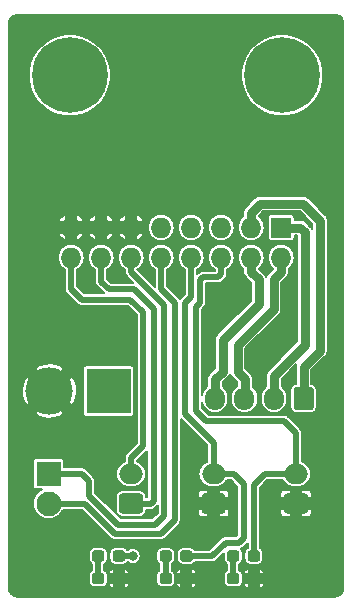
<source format=gbr>
G04 #@! TF.GenerationSoftware,KiCad,Pcbnew,(5.1.4)-1*
G04 #@! TF.CreationDate,2020-03-27T16:00:44-04:00*
G04 #@! TF.ProjectId,extruder_breakout,65787472-7564-4657-925f-627265616b6f,rev?*
G04 #@! TF.SameCoordinates,PX8f0d180PY5f5e100*
G04 #@! TF.FileFunction,Copper,L1,Top*
G04 #@! TF.FilePolarity,Positive*
%FSLAX46Y46*%
G04 Gerber Fmt 4.6, Leading zero omitted, Abs format (unit mm)*
G04 Created by KiCad (PCBNEW (5.1.4)-1) date 2020-03-27 16:00:44*
%MOMM*%
%LPD*%
G04 APERTURE LIST*
%ADD10C,6.400000*%
%ADD11C,4.000000*%
%ADD12R,3.800000X3.800000*%
%ADD13C,0.100000*%
%ADD14C,0.950000*%
%ADD15O,2.000000X1.700000*%
%ADD16C,1.700000*%
%ADD17O,1.700000X1.950000*%
%ADD18C,2.100000*%
%ADD19R,2.100000X2.100000*%
%ADD20O,1.727200X1.727200*%
%ADD21R,1.727200X1.727200*%
%ADD22C,0.800000*%
%ADD23C,0.508000*%
%ADD24C,0.762000*%
%ADD25C,0.152400*%
G04 APERTURE END LIST*
D10*
X9000000Y44500000D03*
X-9000000Y44500000D03*
D11*
X-10715000Y17780000D03*
D12*
X-5715000Y17780000D03*
D13*
G36*
X-4529221Y2378856D02*
G01*
X-4506166Y2375437D01*
X-4483557Y2369773D01*
X-4461613Y2361921D01*
X-4440543Y2351956D01*
X-4420552Y2339974D01*
X-4401832Y2326090D01*
X-4384562Y2310438D01*
X-4368910Y2293168D01*
X-4355026Y2274448D01*
X-4343044Y2254457D01*
X-4333079Y2233387D01*
X-4325227Y2211443D01*
X-4319563Y2188834D01*
X-4316144Y2165779D01*
X-4315000Y2142500D01*
X-4315000Y1667500D01*
X-4316144Y1644221D01*
X-4319563Y1621166D01*
X-4325227Y1598557D01*
X-4333079Y1576613D01*
X-4343044Y1555543D01*
X-4355026Y1535552D01*
X-4368910Y1516832D01*
X-4384562Y1499562D01*
X-4401832Y1483910D01*
X-4420552Y1470026D01*
X-4440543Y1458044D01*
X-4461613Y1448079D01*
X-4483557Y1440227D01*
X-4506166Y1434563D01*
X-4529221Y1431144D01*
X-4552500Y1430000D01*
X-5127500Y1430000D01*
X-5150779Y1431144D01*
X-5173834Y1434563D01*
X-5196443Y1440227D01*
X-5218387Y1448079D01*
X-5239457Y1458044D01*
X-5259448Y1470026D01*
X-5278168Y1483910D01*
X-5295438Y1499562D01*
X-5311090Y1516832D01*
X-5324974Y1535552D01*
X-5336956Y1555543D01*
X-5346921Y1576613D01*
X-5354773Y1598557D01*
X-5360437Y1621166D01*
X-5363856Y1644221D01*
X-5365000Y1667500D01*
X-5365000Y2142500D01*
X-5363856Y2165779D01*
X-5360437Y2188834D01*
X-5354773Y2211443D01*
X-5346921Y2233387D01*
X-5336956Y2254457D01*
X-5324974Y2274448D01*
X-5311090Y2293168D01*
X-5295438Y2310438D01*
X-5278168Y2326090D01*
X-5259448Y2339974D01*
X-5239457Y2351956D01*
X-5218387Y2361921D01*
X-5196443Y2369773D01*
X-5173834Y2375437D01*
X-5150779Y2378856D01*
X-5127500Y2380000D01*
X-4552500Y2380000D01*
X-4529221Y2378856D01*
X-4529221Y2378856D01*
G37*
D14*
X-4840000Y1905000D03*
D13*
G36*
X-6279221Y2378856D02*
G01*
X-6256166Y2375437D01*
X-6233557Y2369773D01*
X-6211613Y2361921D01*
X-6190543Y2351956D01*
X-6170552Y2339974D01*
X-6151832Y2326090D01*
X-6134562Y2310438D01*
X-6118910Y2293168D01*
X-6105026Y2274448D01*
X-6093044Y2254457D01*
X-6083079Y2233387D01*
X-6075227Y2211443D01*
X-6069563Y2188834D01*
X-6066144Y2165779D01*
X-6065000Y2142500D01*
X-6065000Y1667500D01*
X-6066144Y1644221D01*
X-6069563Y1621166D01*
X-6075227Y1598557D01*
X-6083079Y1576613D01*
X-6093044Y1555543D01*
X-6105026Y1535552D01*
X-6118910Y1516832D01*
X-6134562Y1499562D01*
X-6151832Y1483910D01*
X-6170552Y1470026D01*
X-6190543Y1458044D01*
X-6211613Y1448079D01*
X-6233557Y1440227D01*
X-6256166Y1434563D01*
X-6279221Y1431144D01*
X-6302500Y1430000D01*
X-6877500Y1430000D01*
X-6900779Y1431144D01*
X-6923834Y1434563D01*
X-6946443Y1440227D01*
X-6968387Y1448079D01*
X-6989457Y1458044D01*
X-7009448Y1470026D01*
X-7028168Y1483910D01*
X-7045438Y1499562D01*
X-7061090Y1516832D01*
X-7074974Y1535552D01*
X-7086956Y1555543D01*
X-7096921Y1576613D01*
X-7104773Y1598557D01*
X-7110437Y1621166D01*
X-7113856Y1644221D01*
X-7115000Y1667500D01*
X-7115000Y2142500D01*
X-7113856Y2165779D01*
X-7110437Y2188834D01*
X-7104773Y2211443D01*
X-7096921Y2233387D01*
X-7086956Y2254457D01*
X-7074974Y2274448D01*
X-7061090Y2293168D01*
X-7045438Y2310438D01*
X-7028168Y2326090D01*
X-7009448Y2339974D01*
X-6989457Y2351956D01*
X-6968387Y2361921D01*
X-6946443Y2369773D01*
X-6923834Y2375437D01*
X-6900779Y2378856D01*
X-6877500Y2380000D01*
X-6302500Y2380000D01*
X-6279221Y2378856D01*
X-6279221Y2378856D01*
G37*
D14*
X-6590000Y1905000D03*
D13*
G36*
X6900779Y2378856D02*
G01*
X6923834Y2375437D01*
X6946443Y2369773D01*
X6968387Y2361921D01*
X6989457Y2351956D01*
X7009448Y2339974D01*
X7028168Y2326090D01*
X7045438Y2310438D01*
X7061090Y2293168D01*
X7074974Y2274448D01*
X7086956Y2254457D01*
X7096921Y2233387D01*
X7104773Y2211443D01*
X7110437Y2188834D01*
X7113856Y2165779D01*
X7115000Y2142500D01*
X7115000Y1667500D01*
X7113856Y1644221D01*
X7110437Y1621166D01*
X7104773Y1598557D01*
X7096921Y1576613D01*
X7086956Y1555543D01*
X7074974Y1535552D01*
X7061090Y1516832D01*
X7045438Y1499562D01*
X7028168Y1483910D01*
X7009448Y1470026D01*
X6989457Y1458044D01*
X6968387Y1448079D01*
X6946443Y1440227D01*
X6923834Y1434563D01*
X6900779Y1431144D01*
X6877500Y1430000D01*
X6302500Y1430000D01*
X6279221Y1431144D01*
X6256166Y1434563D01*
X6233557Y1440227D01*
X6211613Y1448079D01*
X6190543Y1458044D01*
X6170552Y1470026D01*
X6151832Y1483910D01*
X6134562Y1499562D01*
X6118910Y1516832D01*
X6105026Y1535552D01*
X6093044Y1555543D01*
X6083079Y1576613D01*
X6075227Y1598557D01*
X6069563Y1621166D01*
X6066144Y1644221D01*
X6065000Y1667500D01*
X6065000Y2142500D01*
X6066144Y2165779D01*
X6069563Y2188834D01*
X6075227Y2211443D01*
X6083079Y2233387D01*
X6093044Y2254457D01*
X6105026Y2274448D01*
X6118910Y2293168D01*
X6134562Y2310438D01*
X6151832Y2326090D01*
X6170552Y2339974D01*
X6190543Y2351956D01*
X6211613Y2361921D01*
X6233557Y2369773D01*
X6256166Y2375437D01*
X6279221Y2378856D01*
X6302500Y2380000D01*
X6877500Y2380000D01*
X6900779Y2378856D01*
X6900779Y2378856D01*
G37*
D14*
X6590000Y1905000D03*
D13*
G36*
X5150779Y2378856D02*
G01*
X5173834Y2375437D01*
X5196443Y2369773D01*
X5218387Y2361921D01*
X5239457Y2351956D01*
X5259448Y2339974D01*
X5278168Y2326090D01*
X5295438Y2310438D01*
X5311090Y2293168D01*
X5324974Y2274448D01*
X5336956Y2254457D01*
X5346921Y2233387D01*
X5354773Y2211443D01*
X5360437Y2188834D01*
X5363856Y2165779D01*
X5365000Y2142500D01*
X5365000Y1667500D01*
X5363856Y1644221D01*
X5360437Y1621166D01*
X5354773Y1598557D01*
X5346921Y1576613D01*
X5336956Y1555543D01*
X5324974Y1535552D01*
X5311090Y1516832D01*
X5295438Y1499562D01*
X5278168Y1483910D01*
X5259448Y1470026D01*
X5239457Y1458044D01*
X5218387Y1448079D01*
X5196443Y1440227D01*
X5173834Y1434563D01*
X5150779Y1431144D01*
X5127500Y1430000D01*
X4552500Y1430000D01*
X4529221Y1431144D01*
X4506166Y1434563D01*
X4483557Y1440227D01*
X4461613Y1448079D01*
X4440543Y1458044D01*
X4420552Y1470026D01*
X4401832Y1483910D01*
X4384562Y1499562D01*
X4368910Y1516832D01*
X4355026Y1535552D01*
X4343044Y1555543D01*
X4333079Y1576613D01*
X4325227Y1598557D01*
X4319563Y1621166D01*
X4316144Y1644221D01*
X4315000Y1667500D01*
X4315000Y2142500D01*
X4316144Y2165779D01*
X4319563Y2188834D01*
X4325227Y2211443D01*
X4333079Y2233387D01*
X4343044Y2254457D01*
X4355026Y2274448D01*
X4368910Y2293168D01*
X4384562Y2310438D01*
X4401832Y2326090D01*
X4420552Y2339974D01*
X4440543Y2351956D01*
X4461613Y2361921D01*
X4483557Y2369773D01*
X4506166Y2375437D01*
X4529221Y2378856D01*
X4552500Y2380000D01*
X5127500Y2380000D01*
X5150779Y2378856D01*
X5150779Y2378856D01*
G37*
D14*
X4840000Y1905000D03*
D13*
G36*
X1185779Y2378856D02*
G01*
X1208834Y2375437D01*
X1231443Y2369773D01*
X1253387Y2361921D01*
X1274457Y2351956D01*
X1294448Y2339974D01*
X1313168Y2326090D01*
X1330438Y2310438D01*
X1346090Y2293168D01*
X1359974Y2274448D01*
X1371956Y2254457D01*
X1381921Y2233387D01*
X1389773Y2211443D01*
X1395437Y2188834D01*
X1398856Y2165779D01*
X1400000Y2142500D01*
X1400000Y1667500D01*
X1398856Y1644221D01*
X1395437Y1621166D01*
X1389773Y1598557D01*
X1381921Y1576613D01*
X1371956Y1555543D01*
X1359974Y1535552D01*
X1346090Y1516832D01*
X1330438Y1499562D01*
X1313168Y1483910D01*
X1294448Y1470026D01*
X1274457Y1458044D01*
X1253387Y1448079D01*
X1231443Y1440227D01*
X1208834Y1434563D01*
X1185779Y1431144D01*
X1162500Y1430000D01*
X587500Y1430000D01*
X564221Y1431144D01*
X541166Y1434563D01*
X518557Y1440227D01*
X496613Y1448079D01*
X475543Y1458044D01*
X455552Y1470026D01*
X436832Y1483910D01*
X419562Y1499562D01*
X403910Y1516832D01*
X390026Y1535552D01*
X378044Y1555543D01*
X368079Y1576613D01*
X360227Y1598557D01*
X354563Y1621166D01*
X351144Y1644221D01*
X350000Y1667500D01*
X350000Y2142500D01*
X351144Y2165779D01*
X354563Y2188834D01*
X360227Y2211443D01*
X368079Y2233387D01*
X378044Y2254457D01*
X390026Y2274448D01*
X403910Y2293168D01*
X419562Y2310438D01*
X436832Y2326090D01*
X455552Y2339974D01*
X475543Y2351956D01*
X496613Y2361921D01*
X518557Y2369773D01*
X541166Y2375437D01*
X564221Y2378856D01*
X587500Y2380000D01*
X1162500Y2380000D01*
X1185779Y2378856D01*
X1185779Y2378856D01*
G37*
D14*
X875000Y1905000D03*
D13*
G36*
X-564221Y2378856D02*
G01*
X-541166Y2375437D01*
X-518557Y2369773D01*
X-496613Y2361921D01*
X-475543Y2351956D01*
X-455552Y2339974D01*
X-436832Y2326090D01*
X-419562Y2310438D01*
X-403910Y2293168D01*
X-390026Y2274448D01*
X-378044Y2254457D01*
X-368079Y2233387D01*
X-360227Y2211443D01*
X-354563Y2188834D01*
X-351144Y2165779D01*
X-350000Y2142500D01*
X-350000Y1667500D01*
X-351144Y1644221D01*
X-354563Y1621166D01*
X-360227Y1598557D01*
X-368079Y1576613D01*
X-378044Y1555543D01*
X-390026Y1535552D01*
X-403910Y1516832D01*
X-419562Y1499562D01*
X-436832Y1483910D01*
X-455552Y1470026D01*
X-475543Y1458044D01*
X-496613Y1448079D01*
X-518557Y1440227D01*
X-541166Y1434563D01*
X-564221Y1431144D01*
X-587500Y1430000D01*
X-1162500Y1430000D01*
X-1185779Y1431144D01*
X-1208834Y1434563D01*
X-1231443Y1440227D01*
X-1253387Y1448079D01*
X-1274457Y1458044D01*
X-1294448Y1470026D01*
X-1313168Y1483910D01*
X-1330438Y1499562D01*
X-1346090Y1516832D01*
X-1359974Y1535552D01*
X-1371956Y1555543D01*
X-1381921Y1576613D01*
X-1389773Y1598557D01*
X-1395437Y1621166D01*
X-1398856Y1644221D01*
X-1400000Y1667500D01*
X-1400000Y2142500D01*
X-1398856Y2165779D01*
X-1395437Y2188834D01*
X-1389773Y2211443D01*
X-1381921Y2233387D01*
X-1371956Y2254457D01*
X-1359974Y2274448D01*
X-1346090Y2293168D01*
X-1330438Y2310438D01*
X-1313168Y2326090D01*
X-1294448Y2339974D01*
X-1274457Y2351956D01*
X-1253387Y2361921D01*
X-1231443Y2369773D01*
X-1208834Y2375437D01*
X-1185779Y2378856D01*
X-1162500Y2380000D01*
X-587500Y2380000D01*
X-564221Y2378856D01*
X-564221Y2378856D01*
G37*
D14*
X-875000Y1905000D03*
D15*
X3175000Y10755000D03*
D13*
G36*
X3949504Y9103796D02*
G01*
X3973773Y9100196D01*
X3997571Y9094235D01*
X4020671Y9085970D01*
X4042849Y9075480D01*
X4063893Y9062867D01*
X4083598Y9048253D01*
X4101777Y9031777D01*
X4118253Y9013598D01*
X4132867Y8993893D01*
X4145480Y8972849D01*
X4155970Y8950671D01*
X4164235Y8927571D01*
X4170196Y8903773D01*
X4173796Y8879504D01*
X4175000Y8855000D01*
X4175000Y7655000D01*
X4173796Y7630496D01*
X4170196Y7606227D01*
X4164235Y7582429D01*
X4155970Y7559329D01*
X4145480Y7537151D01*
X4132867Y7516107D01*
X4118253Y7496402D01*
X4101777Y7478223D01*
X4083598Y7461747D01*
X4063893Y7447133D01*
X4042849Y7434520D01*
X4020671Y7424030D01*
X3997571Y7415765D01*
X3973773Y7409804D01*
X3949504Y7406204D01*
X3925000Y7405000D01*
X2425000Y7405000D01*
X2400496Y7406204D01*
X2376227Y7409804D01*
X2352429Y7415765D01*
X2329329Y7424030D01*
X2307151Y7434520D01*
X2286107Y7447133D01*
X2266402Y7461747D01*
X2248223Y7478223D01*
X2231747Y7496402D01*
X2217133Y7516107D01*
X2204520Y7537151D01*
X2194030Y7559329D01*
X2185765Y7582429D01*
X2179804Y7606227D01*
X2176204Y7630496D01*
X2175000Y7655000D01*
X2175000Y8855000D01*
X2176204Y8879504D01*
X2179804Y8903773D01*
X2185765Y8927571D01*
X2194030Y8950671D01*
X2204520Y8972849D01*
X2217133Y8993893D01*
X2231747Y9013598D01*
X2248223Y9031777D01*
X2266402Y9048253D01*
X2286107Y9062867D01*
X2307151Y9075480D01*
X2329329Y9085970D01*
X2352429Y9094235D01*
X2376227Y9100196D01*
X2400496Y9103796D01*
X2425000Y9105000D01*
X3925000Y9105000D01*
X3949504Y9103796D01*
X3949504Y9103796D01*
G37*
D16*
X3175000Y8255000D03*
D15*
X10160000Y10755000D03*
D13*
G36*
X10934504Y9103796D02*
G01*
X10958773Y9100196D01*
X10982571Y9094235D01*
X11005671Y9085970D01*
X11027849Y9075480D01*
X11048893Y9062867D01*
X11068598Y9048253D01*
X11086777Y9031777D01*
X11103253Y9013598D01*
X11117867Y8993893D01*
X11130480Y8972849D01*
X11140970Y8950671D01*
X11149235Y8927571D01*
X11155196Y8903773D01*
X11158796Y8879504D01*
X11160000Y8855000D01*
X11160000Y7655000D01*
X11158796Y7630496D01*
X11155196Y7606227D01*
X11149235Y7582429D01*
X11140970Y7559329D01*
X11130480Y7537151D01*
X11117867Y7516107D01*
X11103253Y7496402D01*
X11086777Y7478223D01*
X11068598Y7461747D01*
X11048893Y7447133D01*
X11027849Y7434520D01*
X11005671Y7424030D01*
X10982571Y7415765D01*
X10958773Y7409804D01*
X10934504Y7406204D01*
X10910000Y7405000D01*
X9410000Y7405000D01*
X9385496Y7406204D01*
X9361227Y7409804D01*
X9337429Y7415765D01*
X9314329Y7424030D01*
X9292151Y7434520D01*
X9271107Y7447133D01*
X9251402Y7461747D01*
X9233223Y7478223D01*
X9216747Y7496402D01*
X9202133Y7516107D01*
X9189520Y7537151D01*
X9179030Y7559329D01*
X9170765Y7582429D01*
X9164804Y7606227D01*
X9161204Y7630496D01*
X9160000Y7655000D01*
X9160000Y8855000D01*
X9161204Y8879504D01*
X9164804Y8903773D01*
X9170765Y8927571D01*
X9179030Y8950671D01*
X9189520Y8972849D01*
X9202133Y8993893D01*
X9216747Y9013598D01*
X9233223Y9031777D01*
X9251402Y9048253D01*
X9271107Y9062867D01*
X9292151Y9075480D01*
X9314329Y9085970D01*
X9337429Y9094235D01*
X9361227Y9100196D01*
X9385496Y9103796D01*
X9410000Y9105000D01*
X10910000Y9105000D01*
X10934504Y9103796D01*
X10934504Y9103796D01*
G37*
D16*
X10160000Y8255000D03*
D15*
X-3810000Y10755000D03*
D13*
G36*
X-3035496Y9103796D02*
G01*
X-3011227Y9100196D01*
X-2987429Y9094235D01*
X-2964329Y9085970D01*
X-2942151Y9075480D01*
X-2921107Y9062867D01*
X-2901402Y9048253D01*
X-2883223Y9031777D01*
X-2866747Y9013598D01*
X-2852133Y8993893D01*
X-2839520Y8972849D01*
X-2829030Y8950671D01*
X-2820765Y8927571D01*
X-2814804Y8903773D01*
X-2811204Y8879504D01*
X-2810000Y8855000D01*
X-2810000Y7655000D01*
X-2811204Y7630496D01*
X-2814804Y7606227D01*
X-2820765Y7582429D01*
X-2829030Y7559329D01*
X-2839520Y7537151D01*
X-2852133Y7516107D01*
X-2866747Y7496402D01*
X-2883223Y7478223D01*
X-2901402Y7461747D01*
X-2921107Y7447133D01*
X-2942151Y7434520D01*
X-2964329Y7424030D01*
X-2987429Y7415765D01*
X-3011227Y7409804D01*
X-3035496Y7406204D01*
X-3060000Y7405000D01*
X-4560000Y7405000D01*
X-4584504Y7406204D01*
X-4608773Y7409804D01*
X-4632571Y7415765D01*
X-4655671Y7424030D01*
X-4677849Y7434520D01*
X-4698893Y7447133D01*
X-4718598Y7461747D01*
X-4736777Y7478223D01*
X-4753253Y7496402D01*
X-4767867Y7516107D01*
X-4780480Y7537151D01*
X-4790970Y7559329D01*
X-4799235Y7582429D01*
X-4805196Y7606227D01*
X-4808796Y7630496D01*
X-4810000Y7655000D01*
X-4810000Y8855000D01*
X-4808796Y8879504D01*
X-4805196Y8903773D01*
X-4799235Y8927571D01*
X-4790970Y8950671D01*
X-4780480Y8972849D01*
X-4767867Y8993893D01*
X-4753253Y9013598D01*
X-4736777Y9031777D01*
X-4718598Y9048253D01*
X-4698893Y9062867D01*
X-4677849Y9075480D01*
X-4655671Y9085970D01*
X-4632571Y9094235D01*
X-4608773Y9100196D01*
X-4584504Y9103796D01*
X-4560000Y9105000D01*
X-3060000Y9105000D01*
X-3035496Y9103796D01*
X-3035496Y9103796D01*
G37*
D16*
X-3810000Y8255000D03*
D17*
X3295000Y17145000D03*
X5795000Y17145000D03*
X8295000Y17145000D03*
D13*
G36*
X11419504Y18118796D02*
G01*
X11443773Y18115196D01*
X11467571Y18109235D01*
X11490671Y18100970D01*
X11512849Y18090480D01*
X11533893Y18077867D01*
X11553598Y18063253D01*
X11571777Y18046777D01*
X11588253Y18028598D01*
X11602867Y18008893D01*
X11615480Y17987849D01*
X11625970Y17965671D01*
X11634235Y17942571D01*
X11640196Y17918773D01*
X11643796Y17894504D01*
X11645000Y17870000D01*
X11645000Y16420000D01*
X11643796Y16395496D01*
X11640196Y16371227D01*
X11634235Y16347429D01*
X11625970Y16324329D01*
X11615480Y16302151D01*
X11602867Y16281107D01*
X11588253Y16261402D01*
X11571777Y16243223D01*
X11553598Y16226747D01*
X11533893Y16212133D01*
X11512849Y16199520D01*
X11490671Y16189030D01*
X11467571Y16180765D01*
X11443773Y16174804D01*
X11419504Y16171204D01*
X11395000Y16170000D01*
X10195000Y16170000D01*
X10170496Y16171204D01*
X10146227Y16174804D01*
X10122429Y16180765D01*
X10099329Y16189030D01*
X10077151Y16199520D01*
X10056107Y16212133D01*
X10036402Y16226747D01*
X10018223Y16243223D01*
X10001747Y16261402D01*
X9987133Y16281107D01*
X9974520Y16302151D01*
X9964030Y16324329D01*
X9955765Y16347429D01*
X9949804Y16371227D01*
X9946204Y16395496D01*
X9945000Y16420000D01*
X9945000Y17870000D01*
X9946204Y17894504D01*
X9949804Y17918773D01*
X9955765Y17942571D01*
X9964030Y17965671D01*
X9974520Y17987849D01*
X9987133Y18008893D01*
X10001747Y18028598D01*
X10018223Y18046777D01*
X10036402Y18063253D01*
X10056107Y18077867D01*
X10077151Y18090480D01*
X10099329Y18100970D01*
X10122429Y18109235D01*
X10146227Y18115196D01*
X10170496Y18118796D01*
X10195000Y18120000D01*
X11395000Y18120000D01*
X11419504Y18118796D01*
X11419504Y18118796D01*
G37*
D16*
X10795000Y17145000D03*
D18*
X-10795000Y8255000D03*
D19*
X-10795000Y10795000D03*
D20*
X-8890000Y29080000D03*
X-8890000Y31620000D03*
X-6350000Y29080000D03*
X-6350000Y31620000D03*
X-3810000Y29080000D03*
X-3810000Y31620000D03*
X-1270000Y29080000D03*
X-1270000Y31620000D03*
X1270000Y29080000D03*
X1270000Y31620000D03*
X3810000Y29080000D03*
X3810000Y31620000D03*
X6350000Y29080000D03*
X6350000Y31620000D03*
X8890000Y29080000D03*
D21*
X8890000Y31620000D03*
D13*
G36*
X-6279221Y4283856D02*
G01*
X-6256166Y4280437D01*
X-6233557Y4274773D01*
X-6211613Y4266921D01*
X-6190543Y4256956D01*
X-6170552Y4244974D01*
X-6151832Y4231090D01*
X-6134562Y4215438D01*
X-6118910Y4198168D01*
X-6105026Y4179448D01*
X-6093044Y4159457D01*
X-6083079Y4138387D01*
X-6075227Y4116443D01*
X-6069563Y4093834D01*
X-6066144Y4070779D01*
X-6065000Y4047500D01*
X-6065000Y3572500D01*
X-6066144Y3549221D01*
X-6069563Y3526166D01*
X-6075227Y3503557D01*
X-6083079Y3481613D01*
X-6093044Y3460543D01*
X-6105026Y3440552D01*
X-6118910Y3421832D01*
X-6134562Y3404562D01*
X-6151832Y3388910D01*
X-6170552Y3375026D01*
X-6190543Y3363044D01*
X-6211613Y3353079D01*
X-6233557Y3345227D01*
X-6256166Y3339563D01*
X-6279221Y3336144D01*
X-6302500Y3335000D01*
X-6877500Y3335000D01*
X-6900779Y3336144D01*
X-6923834Y3339563D01*
X-6946443Y3345227D01*
X-6968387Y3353079D01*
X-6989457Y3363044D01*
X-7009448Y3375026D01*
X-7028168Y3388910D01*
X-7045438Y3404562D01*
X-7061090Y3421832D01*
X-7074974Y3440552D01*
X-7086956Y3460543D01*
X-7096921Y3481613D01*
X-7104773Y3503557D01*
X-7110437Y3526166D01*
X-7113856Y3549221D01*
X-7115000Y3572500D01*
X-7115000Y4047500D01*
X-7113856Y4070779D01*
X-7110437Y4093834D01*
X-7104773Y4116443D01*
X-7096921Y4138387D01*
X-7086956Y4159457D01*
X-7074974Y4179448D01*
X-7061090Y4198168D01*
X-7045438Y4215438D01*
X-7028168Y4231090D01*
X-7009448Y4244974D01*
X-6989457Y4256956D01*
X-6968387Y4266921D01*
X-6946443Y4274773D01*
X-6923834Y4280437D01*
X-6900779Y4283856D01*
X-6877500Y4285000D01*
X-6302500Y4285000D01*
X-6279221Y4283856D01*
X-6279221Y4283856D01*
G37*
D14*
X-6590000Y3810000D03*
D13*
G36*
X-4529221Y4283856D02*
G01*
X-4506166Y4280437D01*
X-4483557Y4274773D01*
X-4461613Y4266921D01*
X-4440543Y4256956D01*
X-4420552Y4244974D01*
X-4401832Y4231090D01*
X-4384562Y4215438D01*
X-4368910Y4198168D01*
X-4355026Y4179448D01*
X-4343044Y4159457D01*
X-4333079Y4138387D01*
X-4325227Y4116443D01*
X-4319563Y4093834D01*
X-4316144Y4070779D01*
X-4315000Y4047500D01*
X-4315000Y3572500D01*
X-4316144Y3549221D01*
X-4319563Y3526166D01*
X-4325227Y3503557D01*
X-4333079Y3481613D01*
X-4343044Y3460543D01*
X-4355026Y3440552D01*
X-4368910Y3421832D01*
X-4384562Y3404562D01*
X-4401832Y3388910D01*
X-4420552Y3375026D01*
X-4440543Y3363044D01*
X-4461613Y3353079D01*
X-4483557Y3345227D01*
X-4506166Y3339563D01*
X-4529221Y3336144D01*
X-4552500Y3335000D01*
X-5127500Y3335000D01*
X-5150779Y3336144D01*
X-5173834Y3339563D01*
X-5196443Y3345227D01*
X-5218387Y3353079D01*
X-5239457Y3363044D01*
X-5259448Y3375026D01*
X-5278168Y3388910D01*
X-5295438Y3404562D01*
X-5311090Y3421832D01*
X-5324974Y3440552D01*
X-5336956Y3460543D01*
X-5346921Y3481613D01*
X-5354773Y3503557D01*
X-5360437Y3526166D01*
X-5363856Y3549221D01*
X-5365000Y3572500D01*
X-5365000Y4047500D01*
X-5363856Y4070779D01*
X-5360437Y4093834D01*
X-5354773Y4116443D01*
X-5346921Y4138387D01*
X-5336956Y4159457D01*
X-5324974Y4179448D01*
X-5311090Y4198168D01*
X-5295438Y4215438D01*
X-5278168Y4231090D01*
X-5259448Y4244974D01*
X-5239457Y4256956D01*
X-5218387Y4266921D01*
X-5196443Y4274773D01*
X-5173834Y4280437D01*
X-5150779Y4283856D01*
X-5127500Y4285000D01*
X-4552500Y4285000D01*
X-4529221Y4283856D01*
X-4529221Y4283856D01*
G37*
D14*
X-4840000Y3810000D03*
D13*
G36*
X5150779Y4283856D02*
G01*
X5173834Y4280437D01*
X5196443Y4274773D01*
X5218387Y4266921D01*
X5239457Y4256956D01*
X5259448Y4244974D01*
X5278168Y4231090D01*
X5295438Y4215438D01*
X5311090Y4198168D01*
X5324974Y4179448D01*
X5336956Y4159457D01*
X5346921Y4138387D01*
X5354773Y4116443D01*
X5360437Y4093834D01*
X5363856Y4070779D01*
X5365000Y4047500D01*
X5365000Y3572500D01*
X5363856Y3549221D01*
X5360437Y3526166D01*
X5354773Y3503557D01*
X5346921Y3481613D01*
X5336956Y3460543D01*
X5324974Y3440552D01*
X5311090Y3421832D01*
X5295438Y3404562D01*
X5278168Y3388910D01*
X5259448Y3375026D01*
X5239457Y3363044D01*
X5218387Y3353079D01*
X5196443Y3345227D01*
X5173834Y3339563D01*
X5150779Y3336144D01*
X5127500Y3335000D01*
X4552500Y3335000D01*
X4529221Y3336144D01*
X4506166Y3339563D01*
X4483557Y3345227D01*
X4461613Y3353079D01*
X4440543Y3363044D01*
X4420552Y3375026D01*
X4401832Y3388910D01*
X4384562Y3404562D01*
X4368910Y3421832D01*
X4355026Y3440552D01*
X4343044Y3460543D01*
X4333079Y3481613D01*
X4325227Y3503557D01*
X4319563Y3526166D01*
X4316144Y3549221D01*
X4315000Y3572500D01*
X4315000Y4047500D01*
X4316144Y4070779D01*
X4319563Y4093834D01*
X4325227Y4116443D01*
X4333079Y4138387D01*
X4343044Y4159457D01*
X4355026Y4179448D01*
X4368910Y4198168D01*
X4384562Y4215438D01*
X4401832Y4231090D01*
X4420552Y4244974D01*
X4440543Y4256956D01*
X4461613Y4266921D01*
X4483557Y4274773D01*
X4506166Y4280437D01*
X4529221Y4283856D01*
X4552500Y4285000D01*
X5127500Y4285000D01*
X5150779Y4283856D01*
X5150779Y4283856D01*
G37*
D14*
X4840000Y3810000D03*
D13*
G36*
X6900779Y4283856D02*
G01*
X6923834Y4280437D01*
X6946443Y4274773D01*
X6968387Y4266921D01*
X6989457Y4256956D01*
X7009448Y4244974D01*
X7028168Y4231090D01*
X7045438Y4215438D01*
X7061090Y4198168D01*
X7074974Y4179448D01*
X7086956Y4159457D01*
X7096921Y4138387D01*
X7104773Y4116443D01*
X7110437Y4093834D01*
X7113856Y4070779D01*
X7115000Y4047500D01*
X7115000Y3572500D01*
X7113856Y3549221D01*
X7110437Y3526166D01*
X7104773Y3503557D01*
X7096921Y3481613D01*
X7086956Y3460543D01*
X7074974Y3440552D01*
X7061090Y3421832D01*
X7045438Y3404562D01*
X7028168Y3388910D01*
X7009448Y3375026D01*
X6989457Y3363044D01*
X6968387Y3353079D01*
X6946443Y3345227D01*
X6923834Y3339563D01*
X6900779Y3336144D01*
X6877500Y3335000D01*
X6302500Y3335000D01*
X6279221Y3336144D01*
X6256166Y3339563D01*
X6233557Y3345227D01*
X6211613Y3353079D01*
X6190543Y3363044D01*
X6170552Y3375026D01*
X6151832Y3388910D01*
X6134562Y3404562D01*
X6118910Y3421832D01*
X6105026Y3440552D01*
X6093044Y3460543D01*
X6083079Y3481613D01*
X6075227Y3503557D01*
X6069563Y3526166D01*
X6066144Y3549221D01*
X6065000Y3572500D01*
X6065000Y4047500D01*
X6066144Y4070779D01*
X6069563Y4093834D01*
X6075227Y4116443D01*
X6083079Y4138387D01*
X6093044Y4159457D01*
X6105026Y4179448D01*
X6118910Y4198168D01*
X6134562Y4215438D01*
X6151832Y4231090D01*
X6170552Y4244974D01*
X6190543Y4256956D01*
X6211613Y4266921D01*
X6233557Y4274773D01*
X6256166Y4280437D01*
X6279221Y4283856D01*
X6302500Y4285000D01*
X6877500Y4285000D01*
X6900779Y4283856D01*
X6900779Y4283856D01*
G37*
D14*
X6590000Y3810000D03*
D13*
G36*
X-564221Y4283856D02*
G01*
X-541166Y4280437D01*
X-518557Y4274773D01*
X-496613Y4266921D01*
X-475543Y4256956D01*
X-455552Y4244974D01*
X-436832Y4231090D01*
X-419562Y4215438D01*
X-403910Y4198168D01*
X-390026Y4179448D01*
X-378044Y4159457D01*
X-368079Y4138387D01*
X-360227Y4116443D01*
X-354563Y4093834D01*
X-351144Y4070779D01*
X-350000Y4047500D01*
X-350000Y3572500D01*
X-351144Y3549221D01*
X-354563Y3526166D01*
X-360227Y3503557D01*
X-368079Y3481613D01*
X-378044Y3460543D01*
X-390026Y3440552D01*
X-403910Y3421832D01*
X-419562Y3404562D01*
X-436832Y3388910D01*
X-455552Y3375026D01*
X-475543Y3363044D01*
X-496613Y3353079D01*
X-518557Y3345227D01*
X-541166Y3339563D01*
X-564221Y3336144D01*
X-587500Y3335000D01*
X-1162500Y3335000D01*
X-1185779Y3336144D01*
X-1208834Y3339563D01*
X-1231443Y3345227D01*
X-1253387Y3353079D01*
X-1274457Y3363044D01*
X-1294448Y3375026D01*
X-1313168Y3388910D01*
X-1330438Y3404562D01*
X-1346090Y3421832D01*
X-1359974Y3440552D01*
X-1371956Y3460543D01*
X-1381921Y3481613D01*
X-1389773Y3503557D01*
X-1395437Y3526166D01*
X-1398856Y3549221D01*
X-1400000Y3572500D01*
X-1400000Y4047500D01*
X-1398856Y4070779D01*
X-1395437Y4093834D01*
X-1389773Y4116443D01*
X-1381921Y4138387D01*
X-1371956Y4159457D01*
X-1359974Y4179448D01*
X-1346090Y4198168D01*
X-1330438Y4215438D01*
X-1313168Y4231090D01*
X-1294448Y4244974D01*
X-1274457Y4256956D01*
X-1253387Y4266921D01*
X-1231443Y4274773D01*
X-1208834Y4280437D01*
X-1185779Y4283856D01*
X-1162500Y4285000D01*
X-587500Y4285000D01*
X-564221Y4283856D01*
X-564221Y4283856D01*
G37*
D14*
X-875000Y3810000D03*
D13*
G36*
X1185779Y4283856D02*
G01*
X1208834Y4280437D01*
X1231443Y4274773D01*
X1253387Y4266921D01*
X1274457Y4256956D01*
X1294448Y4244974D01*
X1313168Y4231090D01*
X1330438Y4215438D01*
X1346090Y4198168D01*
X1359974Y4179448D01*
X1371956Y4159457D01*
X1381921Y4138387D01*
X1389773Y4116443D01*
X1395437Y4093834D01*
X1398856Y4070779D01*
X1400000Y4047500D01*
X1400000Y3572500D01*
X1398856Y3549221D01*
X1395437Y3526166D01*
X1389773Y3503557D01*
X1381921Y3481613D01*
X1371956Y3460543D01*
X1359974Y3440552D01*
X1346090Y3421832D01*
X1330438Y3404562D01*
X1313168Y3388910D01*
X1294448Y3375026D01*
X1274457Y3363044D01*
X1253387Y3353079D01*
X1231443Y3345227D01*
X1208834Y3339563D01*
X1185779Y3336144D01*
X1162500Y3335000D01*
X587500Y3335000D01*
X564221Y3336144D01*
X541166Y3339563D01*
X518557Y3345227D01*
X496613Y3353079D01*
X475543Y3363044D01*
X455552Y3375026D01*
X436832Y3388910D01*
X419562Y3404562D01*
X403910Y3421832D01*
X390026Y3440552D01*
X378044Y3460543D01*
X368079Y3481613D01*
X360227Y3503557D01*
X354563Y3526166D01*
X351144Y3549221D01*
X350000Y3572500D01*
X350000Y4047500D01*
X351144Y4070779D01*
X354563Y4093834D01*
X360227Y4116443D01*
X368079Y4138387D01*
X378044Y4159457D01*
X390026Y4179448D01*
X403910Y4198168D01*
X419562Y4215438D01*
X436832Y4231090D01*
X455552Y4244974D01*
X475543Y4256956D01*
X496613Y4266921D01*
X518557Y4274773D01*
X541166Y4280437D01*
X564221Y4283856D01*
X587500Y4285000D01*
X1162500Y4285000D01*
X1185779Y4283856D01*
X1185779Y4283856D01*
G37*
D14*
X875000Y3810000D03*
D22*
X-3683000Y3810000D03*
X7747000Y1905000D03*
X2032000Y1905000D03*
X-3683000Y1905000D03*
D23*
X-875000Y3810000D02*
X-875000Y1905000D01*
X1270000Y25781000D02*
X1270000Y29080000D01*
X762000Y25273000D02*
X1270000Y25781000D01*
X762000Y15811500D02*
X762000Y25273000D01*
X3175000Y10755000D02*
X3175000Y13398500D01*
X3175000Y13398500D02*
X762000Y15811500D01*
X4866000Y10755000D02*
X3175000Y10755000D01*
X3048000Y3810000D02*
X4191000Y4953000D01*
X875000Y3810000D02*
X3048000Y3810000D01*
X4191000Y4953000D02*
X5334000Y4953000D01*
X5334000Y4953000D02*
X5715000Y5334000D01*
X5715000Y5334000D02*
X5715000Y9906000D01*
X5715000Y9906000D02*
X4866000Y10755000D01*
X4840000Y3810000D02*
X4840000Y1905000D01*
X3810000Y28702000D02*
X3810000Y29080000D01*
X3810000Y27686000D02*
X3810000Y29080000D01*
X3556000Y27432000D02*
X3810000Y27686000D01*
X2286000Y27432000D02*
X3556000Y27432000D01*
X2032000Y27178000D02*
X2286000Y27432000D01*
X2032000Y25273000D02*
X2032000Y27178000D01*
X10160000Y14224000D02*
X9144000Y15240000D01*
X9144000Y15240000D02*
X2540000Y15240000D01*
X2540000Y15240000D02*
X1651000Y16129000D01*
X10160000Y10755000D02*
X10160000Y14224000D01*
X1651000Y16129000D02*
X1651000Y24892000D01*
X1651000Y24892000D02*
X2032000Y25273000D01*
X7516500Y10755000D02*
X10160000Y10755000D01*
X6590000Y3810000D02*
X6590000Y9828500D01*
X6590000Y9828500D02*
X7516500Y10755000D01*
X-6590000Y3810000D02*
X-6590000Y1905000D01*
X-4840000Y3810000D02*
X-3683000Y3810000D01*
X-8890000Y26416000D02*
X-8890000Y29080000D01*
X-3810000Y12113000D02*
X-2794000Y13129000D01*
X-3810000Y10755000D02*
X-3810000Y12113000D01*
X-2794000Y13129000D02*
X-2794000Y24447500D01*
X-2794000Y24447500D02*
X-3873500Y25527000D01*
X-3873500Y25527000D02*
X-8001000Y25527000D01*
X-8001000Y25527000D02*
X-8890000Y26416000D01*
X6590000Y1905000D02*
X7747000Y1905000D01*
X875000Y1905000D02*
X2032000Y1905000D01*
X-4840000Y1905000D02*
X-3683000Y1905000D01*
X-1905000Y8509000D02*
X-1905000Y24765000D01*
X-6350000Y27051000D02*
X-6350000Y29080000D01*
X-1905000Y24765000D02*
X-3556000Y26416000D01*
X-3556000Y26416000D02*
X-5715000Y26416000D01*
X-5715000Y26416000D02*
X-6350000Y27051000D01*
X-2159000Y8255000D02*
X-1905000Y8509000D01*
X-3810000Y8255000D02*
X-2159000Y8255000D01*
X-3810000Y27858686D02*
X-3810000Y29080000D01*
X-1016000Y25064686D02*
X-3810000Y27858686D01*
X-1016000Y7239000D02*
X-1016000Y25064686D01*
X-10795000Y10795000D02*
X-8001000Y10795000D01*
X-7366000Y10160000D02*
X-7366000Y8924000D01*
X-7366000Y8924000D02*
X-4919000Y6477000D01*
X-8001000Y10795000D02*
X-7366000Y10160000D01*
X-4919000Y6477000D02*
X-1778000Y6477000D01*
X-1778000Y6477000D02*
X-1016000Y7239000D01*
X-1270000Y26416000D02*
X-1270000Y29080000D01*
X-7747000Y8255000D02*
X-5207000Y5715000D01*
X-10795000Y8255000D02*
X-7747000Y8255000D01*
X-5207000Y5715000D02*
X-1270000Y5715000D01*
X-1270000Y5715000D02*
X-127000Y6858000D01*
X-127000Y6858000D02*
X-127000Y25273000D01*
X-127000Y25273000D02*
X-1270000Y26416000D01*
D24*
X6350000Y27858686D02*
X6350000Y29080000D01*
X6985000Y27223686D02*
X6350000Y27858686D01*
X3295000Y17145000D02*
X3302000Y17152000D01*
X3302000Y18796000D02*
X3937000Y19431000D01*
X3302000Y17152000D02*
X3302000Y18796000D01*
X3937000Y19431000D02*
X3937000Y22098000D01*
X3937000Y22098000D02*
X6985000Y25146000D01*
X6985000Y25146000D02*
X6985000Y27223686D01*
X6350000Y32893000D02*
X6350000Y31620000D01*
X10795000Y19812000D02*
X12192000Y21209000D01*
X10795000Y17145000D02*
X10795000Y19812000D01*
X12192000Y21209000D02*
X12192000Y32194500D01*
X12192000Y32194500D02*
X10731500Y33655000D01*
X10731500Y33655000D02*
X7112000Y33655000D01*
X7112000Y33655000D02*
X6350000Y32893000D01*
X8255000Y27223686D02*
X8890000Y27858686D01*
X5795000Y17145000D02*
X5842000Y17192000D01*
X5842000Y18796000D02*
X5207000Y19431000D01*
X8890000Y27858686D02*
X8890000Y29080000D01*
X5207000Y19431000D02*
X5207000Y21653500D01*
X5207000Y21653500D02*
X8255000Y24701500D01*
X5842000Y17192000D02*
X5842000Y18796000D01*
X8255000Y24701500D02*
X8255000Y27223686D01*
X10515600Y31620000D02*
X8890000Y31620000D01*
X10922000Y31213600D02*
X10515600Y31620000D01*
X10922000Y21717000D02*
X10922000Y31213600D01*
X8295000Y17145000D02*
X8295000Y19090000D01*
X8295000Y19090000D02*
X10922000Y21717000D01*
D25*
G36*
X13619877Y49605419D02*
G01*
X13735187Y49570605D01*
X13841540Y49514056D01*
X13934884Y49437926D01*
X14011659Y49345121D01*
X14068951Y49239162D01*
X14104568Y49124102D01*
X14119002Y48986773D01*
X14119001Y1018629D01*
X14105420Y880124D01*
X14070606Y764814D01*
X14014057Y658460D01*
X13937927Y565117D01*
X13845122Y488341D01*
X13739163Y431049D01*
X13624103Y395432D01*
X13486782Y380999D01*
X-13481362Y380999D01*
X-13619876Y394581D01*
X-13735189Y429395D01*
X-13841537Y485942D01*
X-13934883Y562072D01*
X-14011660Y654880D01*
X-14068951Y760837D01*
X-14104568Y875897D01*
X-14119001Y1013218D01*
X-14119001Y4047500D01*
X-7392536Y4047500D01*
X-7392536Y3572500D01*
X-7382640Y3472021D01*
X-7353331Y3375404D01*
X-7305737Y3286361D01*
X-7241685Y3208315D01*
X-7163639Y3144263D01*
X-7120200Y3121044D01*
X-7120199Y2593956D01*
X-7163639Y2570737D01*
X-7241685Y2506685D01*
X-7305737Y2428639D01*
X-7353331Y2339596D01*
X-7382640Y2242979D01*
X-7392536Y2142500D01*
X-7392536Y1667500D01*
X-7382640Y1567021D01*
X-7353331Y1470404D01*
X-7305737Y1381361D01*
X-7241685Y1303315D01*
X-7163639Y1239263D01*
X-7074596Y1191669D01*
X-6977979Y1162360D01*
X-6877500Y1152464D01*
X-6302500Y1152464D01*
X-6202021Y1162360D01*
X-6105404Y1191669D01*
X-6016361Y1239263D01*
X-5938315Y1303315D01*
X-5874263Y1381361D01*
X-5851660Y1423650D01*
X-5695200Y1423650D01*
X-5690121Y1363773D01*
X-5670954Y1301617D01*
X-5640029Y1244396D01*
X-5598535Y1194306D01*
X-5548066Y1153275D01*
X-5490562Y1122878D01*
X-5428233Y1104283D01*
X-5363473Y1098206D01*
X-5354350Y1099800D01*
X-5271800Y1182350D01*
X-5271800Y1506200D01*
X-4408200Y1506200D01*
X-4408200Y1182350D01*
X-4325650Y1099800D01*
X-4316527Y1098206D01*
X-4251767Y1104283D01*
X-4189438Y1122878D01*
X-4131934Y1153275D01*
X-4081465Y1194306D01*
X-4039971Y1244396D01*
X-4009046Y1301617D01*
X-3989879Y1363773D01*
X-3984800Y1423650D01*
X-4067350Y1506200D01*
X-4408200Y1506200D01*
X-5271800Y1506200D01*
X-5612650Y1506200D01*
X-5695200Y1423650D01*
X-5851660Y1423650D01*
X-5826669Y1470404D01*
X-5797360Y1567021D01*
X-5787464Y1667500D01*
X-5787464Y2142500D01*
X-5797360Y2242979D01*
X-5826669Y2339596D01*
X-5851659Y2386350D01*
X-5695200Y2386350D01*
X-5612650Y2303800D01*
X-5271800Y2303800D01*
X-5271800Y2627650D01*
X-4408200Y2627650D01*
X-4408200Y2303800D01*
X-4067350Y2303800D01*
X-3984800Y2386350D01*
X-3989879Y2446227D01*
X-4009046Y2508383D01*
X-4039971Y2565604D01*
X-4081465Y2615694D01*
X-4131934Y2656725D01*
X-4189438Y2687122D01*
X-4251767Y2705717D01*
X-4316527Y2711794D01*
X-4325650Y2710200D01*
X-4408200Y2627650D01*
X-5271800Y2627650D01*
X-5354350Y2710200D01*
X-5363473Y2711794D01*
X-5428233Y2705717D01*
X-5490562Y2687122D01*
X-5548066Y2656725D01*
X-5598535Y2615694D01*
X-5640029Y2565604D01*
X-5670954Y2508383D01*
X-5690121Y2446227D01*
X-5695200Y2386350D01*
X-5851659Y2386350D01*
X-5874263Y2428639D01*
X-5938315Y2506685D01*
X-6016361Y2570737D01*
X-6059800Y2593955D01*
X-6059800Y3121045D01*
X-6016361Y3144263D01*
X-5938315Y3208315D01*
X-5874263Y3286361D01*
X-5826669Y3375404D01*
X-5797360Y3472021D01*
X-5787464Y3572500D01*
X-5787464Y4047500D01*
X-5642536Y4047500D01*
X-5642536Y3572500D01*
X-5632640Y3472021D01*
X-5603331Y3375404D01*
X-5555737Y3286361D01*
X-5491685Y3208315D01*
X-5413639Y3144263D01*
X-5324596Y3096669D01*
X-5227979Y3067360D01*
X-5127500Y3057464D01*
X-4552500Y3057464D01*
X-4452021Y3067360D01*
X-4355404Y3096669D01*
X-4266361Y3144263D01*
X-4188315Y3208315D01*
X-4129648Y3279800D01*
X-4106627Y3279800D01*
X-4003301Y3210759D01*
X-3880240Y3159786D01*
X-3749600Y3133800D01*
X-3616400Y3133800D01*
X-3485760Y3159786D01*
X-3362699Y3210759D01*
X-3251948Y3284761D01*
X-3157761Y3378948D01*
X-3083759Y3489699D01*
X-3032786Y3612760D01*
X-3006800Y3743400D01*
X-3006800Y3876600D01*
X-3032786Y4007240D01*
X-3049462Y4047500D01*
X-1677536Y4047500D01*
X-1677536Y3572500D01*
X-1667640Y3472021D01*
X-1638331Y3375404D01*
X-1590737Y3286361D01*
X-1526685Y3208315D01*
X-1448639Y3144263D01*
X-1405200Y3121044D01*
X-1405199Y2593956D01*
X-1448639Y2570737D01*
X-1526685Y2506685D01*
X-1590737Y2428639D01*
X-1638331Y2339596D01*
X-1667640Y2242979D01*
X-1677536Y2142500D01*
X-1677536Y1667500D01*
X-1667640Y1567021D01*
X-1638331Y1470404D01*
X-1590737Y1381361D01*
X-1526685Y1303315D01*
X-1448639Y1239263D01*
X-1359596Y1191669D01*
X-1262979Y1162360D01*
X-1162500Y1152464D01*
X-587500Y1152464D01*
X-487021Y1162360D01*
X-390404Y1191669D01*
X-301361Y1239263D01*
X-223315Y1303315D01*
X-159263Y1381361D01*
X-136660Y1423650D01*
X19800Y1423650D01*
X24879Y1363773D01*
X44046Y1301617D01*
X74971Y1244396D01*
X116465Y1194306D01*
X166934Y1153275D01*
X224438Y1122878D01*
X286767Y1104283D01*
X351527Y1098206D01*
X360650Y1099800D01*
X443200Y1182350D01*
X443200Y1506200D01*
X1306800Y1506200D01*
X1306800Y1182350D01*
X1389350Y1099800D01*
X1398473Y1098206D01*
X1463233Y1104283D01*
X1525562Y1122878D01*
X1583066Y1153275D01*
X1633535Y1194306D01*
X1675029Y1244396D01*
X1705954Y1301617D01*
X1725121Y1363773D01*
X1730200Y1423650D01*
X1647650Y1506200D01*
X1306800Y1506200D01*
X443200Y1506200D01*
X102350Y1506200D01*
X19800Y1423650D01*
X-136660Y1423650D01*
X-111669Y1470404D01*
X-82360Y1567021D01*
X-72464Y1667500D01*
X-72464Y2142500D01*
X-82360Y2242979D01*
X-111669Y2339596D01*
X-136659Y2386350D01*
X19800Y2386350D01*
X102350Y2303800D01*
X443200Y2303800D01*
X443200Y2627650D01*
X1306800Y2627650D01*
X1306800Y2303800D01*
X1647650Y2303800D01*
X1730200Y2386350D01*
X1725121Y2446227D01*
X1705954Y2508383D01*
X1675029Y2565604D01*
X1633535Y2615694D01*
X1583066Y2656725D01*
X1525562Y2687122D01*
X1463233Y2705717D01*
X1398473Y2711794D01*
X1389350Y2710200D01*
X1306800Y2627650D01*
X443200Y2627650D01*
X360650Y2710200D01*
X351527Y2711794D01*
X286767Y2705717D01*
X224438Y2687122D01*
X166934Y2656725D01*
X116465Y2615694D01*
X74971Y2565604D01*
X44046Y2508383D01*
X24879Y2446227D01*
X19800Y2386350D01*
X-136659Y2386350D01*
X-159263Y2428639D01*
X-223315Y2506685D01*
X-301361Y2570737D01*
X-344800Y2593955D01*
X-344800Y3121045D01*
X-301361Y3144263D01*
X-223315Y3208315D01*
X-159263Y3286361D01*
X-111669Y3375404D01*
X-82360Y3472021D01*
X-72464Y3572500D01*
X-72464Y4047500D01*
X-82360Y4147979D01*
X-111669Y4244596D01*
X-159263Y4333639D01*
X-223315Y4411685D01*
X-301361Y4475737D01*
X-390404Y4523331D01*
X-487021Y4552640D01*
X-587500Y4562536D01*
X-1162500Y4562536D01*
X-1262979Y4552640D01*
X-1359596Y4523331D01*
X-1448639Y4475737D01*
X-1526685Y4411685D01*
X-1590737Y4333639D01*
X-1638331Y4244596D01*
X-1667640Y4147979D01*
X-1677536Y4047500D01*
X-3049462Y4047500D01*
X-3083759Y4130301D01*
X-3157761Y4241052D01*
X-3251948Y4335239D01*
X-3362699Y4409241D01*
X-3485760Y4460214D01*
X-3616400Y4486200D01*
X-3749600Y4486200D01*
X-3880240Y4460214D01*
X-4003301Y4409241D01*
X-4106627Y4340200D01*
X-4129648Y4340200D01*
X-4188315Y4411685D01*
X-4266361Y4475737D01*
X-4355404Y4523331D01*
X-4452021Y4552640D01*
X-4552500Y4562536D01*
X-5127500Y4562536D01*
X-5227979Y4552640D01*
X-5324596Y4523331D01*
X-5413639Y4475737D01*
X-5491685Y4411685D01*
X-5555737Y4333639D01*
X-5603331Y4244596D01*
X-5632640Y4147979D01*
X-5642536Y4047500D01*
X-5787464Y4047500D01*
X-5797360Y4147979D01*
X-5826669Y4244596D01*
X-5874263Y4333639D01*
X-5938315Y4411685D01*
X-6016361Y4475737D01*
X-6105404Y4523331D01*
X-6202021Y4552640D01*
X-6302500Y4562536D01*
X-6877500Y4562536D01*
X-6977979Y4552640D01*
X-7074596Y4523331D01*
X-7163639Y4475737D01*
X-7241685Y4411685D01*
X-7305737Y4333639D01*
X-7353331Y4244596D01*
X-7382640Y4147979D01*
X-7392536Y4047500D01*
X-14119001Y4047500D01*
X-14119001Y11845000D01*
X-12122536Y11845000D01*
X-12122536Y9745000D01*
X-12117203Y9690855D01*
X-12101410Y9638792D01*
X-12075763Y9590809D01*
X-12041248Y9548752D01*
X-11999191Y9514237D01*
X-11951208Y9488590D01*
X-11899145Y9472797D01*
X-11845000Y9467464D01*
X-11333380Y9467464D01*
X-11423191Y9430263D01*
X-11640403Y9285127D01*
X-11825127Y9100403D01*
X-11970263Y8883191D01*
X-12070235Y8641838D01*
X-12121200Y8385619D01*
X-12121200Y8124381D01*
X-12070235Y7868162D01*
X-11970263Y7626809D01*
X-11825127Y7409597D01*
X-11640403Y7224873D01*
X-11423191Y7079737D01*
X-11181838Y6979765D01*
X-10925619Y6928800D01*
X-10664381Y6928800D01*
X-10408162Y6979765D01*
X-10166809Y7079737D01*
X-9949597Y7224873D01*
X-9764873Y7409597D01*
X-9619737Y7626809D01*
X-9579148Y7724800D01*
X-7966615Y7724800D01*
X-5600325Y5358509D01*
X-5583722Y5338278D01*
X-5502988Y5272022D01*
X-5410880Y5222789D01*
X-5310937Y5192472D01*
X-5233043Y5184800D01*
X-5233041Y5184800D01*
X-5207001Y5182235D01*
X-5180961Y5184800D01*
X-1296040Y5184800D01*
X-1270000Y5182235D01*
X-1243960Y5184800D01*
X-1243957Y5184800D01*
X-1166063Y5192472D01*
X-1066120Y5222789D01*
X-974012Y5272022D01*
X-893278Y5338278D01*
X-876671Y5358514D01*
X229491Y6464675D01*
X249722Y6481278D01*
X315978Y6562012D01*
X365211Y6654120D01*
X395528Y6754063D01*
X403200Y6831957D01*
X403200Y6831959D01*
X405765Y6857999D01*
X403200Y6884039D01*
X403200Y7405000D01*
X1843202Y7405000D01*
X1849577Y7340269D01*
X1868459Y7278026D01*
X1899120Y7220663D01*
X1940383Y7170383D01*
X1990663Y7129120D01*
X2048026Y7098459D01*
X2110269Y7079577D01*
X2175000Y7073202D01*
X2660650Y7074800D01*
X2743200Y7157350D01*
X2743200Y7823200D01*
X3606800Y7823200D01*
X3606800Y7157350D01*
X3689350Y7074800D01*
X4175000Y7073202D01*
X4239731Y7079577D01*
X4301974Y7098459D01*
X4359337Y7129120D01*
X4409617Y7170383D01*
X4450880Y7220663D01*
X4481541Y7278026D01*
X4500423Y7340269D01*
X4506798Y7405000D01*
X4505200Y7740650D01*
X4422650Y7823200D01*
X3606800Y7823200D01*
X2743200Y7823200D01*
X1927350Y7823200D01*
X1844800Y7740650D01*
X1843202Y7405000D01*
X403200Y7405000D01*
X403200Y9105000D01*
X1843202Y9105000D01*
X1844800Y8769350D01*
X1927350Y8686800D01*
X2743200Y8686800D01*
X2743200Y9352650D01*
X3606800Y9352650D01*
X3606800Y8686800D01*
X4422650Y8686800D01*
X4505200Y8769350D01*
X4506798Y9105000D01*
X4500423Y9169731D01*
X4481541Y9231974D01*
X4450880Y9289337D01*
X4409617Y9339617D01*
X4359337Y9380880D01*
X4301974Y9411541D01*
X4239731Y9430423D01*
X4175000Y9436798D01*
X3689350Y9435200D01*
X3606800Y9352650D01*
X2743200Y9352650D01*
X2660650Y9435200D01*
X2175000Y9436798D01*
X2110269Y9430423D01*
X2048026Y9411541D01*
X1990663Y9380880D01*
X1940383Y9339617D01*
X1899120Y9289337D01*
X1868459Y9231974D01*
X1849577Y9169731D01*
X1843202Y9105000D01*
X403200Y9105000D01*
X403200Y15420070D01*
X405514Y15418171D01*
X2644801Y13178883D01*
X2644800Y11816543D01*
X2591937Y11800507D01*
X2396290Y11695932D01*
X2224803Y11555197D01*
X2084068Y11383710D01*
X1979493Y11188063D01*
X1915095Y10975774D01*
X1893351Y10755000D01*
X1915095Y10534226D01*
X1979493Y10321937D01*
X2084068Y10126290D01*
X2224803Y9954803D01*
X2396290Y9814068D01*
X2591937Y9709493D01*
X2804226Y9645095D01*
X2969675Y9628800D01*
X3380325Y9628800D01*
X3545774Y9645095D01*
X3758063Y9709493D01*
X3953710Y9814068D01*
X4125197Y9954803D01*
X4265932Y10126290D01*
X4318586Y10224800D01*
X4646385Y10224800D01*
X5184801Y9686383D01*
X5184800Y5553616D01*
X5114385Y5483200D01*
X4217039Y5483200D01*
X4190999Y5485765D01*
X4164959Y5483200D01*
X4164957Y5483200D01*
X4087063Y5475528D01*
X3987120Y5445211D01*
X3895012Y5395978D01*
X3814278Y5329722D01*
X3797676Y5309492D01*
X2828385Y4340200D01*
X1585352Y4340200D01*
X1526685Y4411685D01*
X1448639Y4475737D01*
X1359596Y4523331D01*
X1262979Y4552640D01*
X1162500Y4562536D01*
X587500Y4562536D01*
X487021Y4552640D01*
X390404Y4523331D01*
X301361Y4475737D01*
X223315Y4411685D01*
X159263Y4333639D01*
X111669Y4244596D01*
X82360Y4147979D01*
X72464Y4047500D01*
X72464Y3572500D01*
X82360Y3472021D01*
X111669Y3375404D01*
X159263Y3286361D01*
X223315Y3208315D01*
X301361Y3144263D01*
X390404Y3096669D01*
X487021Y3067360D01*
X587500Y3057464D01*
X1162500Y3057464D01*
X1262979Y3067360D01*
X1359596Y3096669D01*
X1448639Y3144263D01*
X1526685Y3208315D01*
X1585352Y3279800D01*
X3021960Y3279800D01*
X3048000Y3277235D01*
X3074040Y3279800D01*
X3074043Y3279800D01*
X3151937Y3287472D01*
X3251880Y3317789D01*
X3343988Y3367022D01*
X3424722Y3433278D01*
X3441329Y3453514D01*
X4037699Y4049883D01*
X4037464Y4047500D01*
X4037464Y3572500D01*
X4047360Y3472021D01*
X4076669Y3375404D01*
X4124263Y3286361D01*
X4188315Y3208315D01*
X4266361Y3144263D01*
X4309800Y3121044D01*
X4309801Y2593956D01*
X4266361Y2570737D01*
X4188315Y2506685D01*
X4124263Y2428639D01*
X4076669Y2339596D01*
X4047360Y2242979D01*
X4037464Y2142500D01*
X4037464Y1667500D01*
X4047360Y1567021D01*
X4076669Y1470404D01*
X4124263Y1381361D01*
X4188315Y1303315D01*
X4266361Y1239263D01*
X4355404Y1191669D01*
X4452021Y1162360D01*
X4552500Y1152464D01*
X5127500Y1152464D01*
X5227979Y1162360D01*
X5324596Y1191669D01*
X5413639Y1239263D01*
X5491685Y1303315D01*
X5555737Y1381361D01*
X5578340Y1423650D01*
X5734800Y1423650D01*
X5739879Y1363773D01*
X5759046Y1301617D01*
X5789971Y1244396D01*
X5831465Y1194306D01*
X5881934Y1153275D01*
X5939438Y1122878D01*
X6001767Y1104283D01*
X6066527Y1098206D01*
X6075650Y1099800D01*
X6158200Y1182350D01*
X6158200Y1506200D01*
X7021800Y1506200D01*
X7021800Y1182350D01*
X7104350Y1099800D01*
X7113473Y1098206D01*
X7178233Y1104283D01*
X7240562Y1122878D01*
X7298066Y1153275D01*
X7348535Y1194306D01*
X7390029Y1244396D01*
X7420954Y1301617D01*
X7440121Y1363773D01*
X7445200Y1423650D01*
X7362650Y1506200D01*
X7021800Y1506200D01*
X6158200Y1506200D01*
X5817350Y1506200D01*
X5734800Y1423650D01*
X5578340Y1423650D01*
X5603331Y1470404D01*
X5632640Y1567021D01*
X5642536Y1667500D01*
X5642536Y2142500D01*
X5632640Y2242979D01*
X5603331Y2339596D01*
X5578341Y2386350D01*
X5734800Y2386350D01*
X5817350Y2303800D01*
X6158200Y2303800D01*
X6158200Y2627650D01*
X7021800Y2627650D01*
X7021800Y2303800D01*
X7362650Y2303800D01*
X7445200Y2386350D01*
X7440121Y2446227D01*
X7420954Y2508383D01*
X7390029Y2565604D01*
X7348535Y2615694D01*
X7298066Y2656725D01*
X7240562Y2687122D01*
X7178233Y2705717D01*
X7113473Y2711794D01*
X7104350Y2710200D01*
X7021800Y2627650D01*
X6158200Y2627650D01*
X6075650Y2710200D01*
X6066527Y2711794D01*
X6001767Y2705717D01*
X5939438Y2687122D01*
X5881934Y2656725D01*
X5831465Y2615694D01*
X5789971Y2565604D01*
X5759046Y2508383D01*
X5739879Y2446227D01*
X5734800Y2386350D01*
X5578341Y2386350D01*
X5555737Y2428639D01*
X5491685Y2506685D01*
X5413639Y2570737D01*
X5370200Y2593955D01*
X5370200Y3121045D01*
X5413639Y3144263D01*
X5491685Y3208315D01*
X5555737Y3286361D01*
X5603331Y3375404D01*
X5632640Y3472021D01*
X5642536Y3572500D01*
X5642536Y4047500D01*
X5632640Y4147979D01*
X5603331Y4244596D01*
X5555737Y4333639D01*
X5491685Y4411685D01*
X5460466Y4437306D01*
X5537880Y4460789D01*
X5629988Y4510022D01*
X5710722Y4576278D01*
X5727329Y4596514D01*
X6059800Y4928984D01*
X6059800Y4498955D01*
X6016361Y4475737D01*
X5938315Y4411685D01*
X5874263Y4333639D01*
X5826669Y4244596D01*
X5797360Y4147979D01*
X5787464Y4047500D01*
X5787464Y3572500D01*
X5797360Y3472021D01*
X5826669Y3375404D01*
X5874263Y3286361D01*
X5938315Y3208315D01*
X6016361Y3144263D01*
X6105404Y3096669D01*
X6202021Y3067360D01*
X6302500Y3057464D01*
X6877500Y3057464D01*
X6977979Y3067360D01*
X7074596Y3096669D01*
X7163639Y3144263D01*
X7241685Y3208315D01*
X7305737Y3286361D01*
X7353331Y3375404D01*
X7382640Y3472021D01*
X7392536Y3572500D01*
X7392536Y4047500D01*
X7382640Y4147979D01*
X7353331Y4244596D01*
X7305737Y4333639D01*
X7241685Y4411685D01*
X7163639Y4475737D01*
X7120200Y4498955D01*
X7120200Y7405000D01*
X8828202Y7405000D01*
X8834577Y7340269D01*
X8853459Y7278026D01*
X8884120Y7220663D01*
X8925383Y7170383D01*
X8975663Y7129120D01*
X9033026Y7098459D01*
X9095269Y7079577D01*
X9160000Y7073202D01*
X9645650Y7074800D01*
X9728200Y7157350D01*
X9728200Y7823200D01*
X10591800Y7823200D01*
X10591800Y7157350D01*
X10674350Y7074800D01*
X11160000Y7073202D01*
X11224731Y7079577D01*
X11286974Y7098459D01*
X11344337Y7129120D01*
X11394617Y7170383D01*
X11435880Y7220663D01*
X11466541Y7278026D01*
X11485423Y7340269D01*
X11491798Y7405000D01*
X11490200Y7740650D01*
X11407650Y7823200D01*
X10591800Y7823200D01*
X9728200Y7823200D01*
X8912350Y7823200D01*
X8829800Y7740650D01*
X8828202Y7405000D01*
X7120200Y7405000D01*
X7120200Y9105000D01*
X8828202Y9105000D01*
X8829800Y8769350D01*
X8912350Y8686800D01*
X9728200Y8686800D01*
X9728200Y9352650D01*
X10591800Y9352650D01*
X10591800Y8686800D01*
X11407650Y8686800D01*
X11490200Y8769350D01*
X11491798Y9105000D01*
X11485423Y9169731D01*
X11466541Y9231974D01*
X11435880Y9289337D01*
X11394617Y9339617D01*
X11344337Y9380880D01*
X11286974Y9411541D01*
X11224731Y9430423D01*
X11160000Y9436798D01*
X10674350Y9435200D01*
X10591800Y9352650D01*
X9728200Y9352650D01*
X9645650Y9435200D01*
X9160000Y9436798D01*
X9095269Y9430423D01*
X9033026Y9411541D01*
X8975663Y9380880D01*
X8925383Y9339617D01*
X8884120Y9289337D01*
X8853459Y9231974D01*
X8834577Y9169731D01*
X8828202Y9105000D01*
X7120200Y9105000D01*
X7120200Y9608885D01*
X7736116Y10224800D01*
X9016414Y10224800D01*
X9069068Y10126290D01*
X9209803Y9954803D01*
X9381290Y9814068D01*
X9576937Y9709493D01*
X9789226Y9645095D01*
X9954675Y9628800D01*
X10365325Y9628800D01*
X10530774Y9645095D01*
X10743063Y9709493D01*
X10938710Y9814068D01*
X11110197Y9954803D01*
X11250932Y10126290D01*
X11355507Y10321937D01*
X11419905Y10534226D01*
X11441649Y10755000D01*
X11419905Y10975774D01*
X11355507Y11188063D01*
X11250932Y11383710D01*
X11110197Y11555197D01*
X10938710Y11695932D01*
X10743063Y11800507D01*
X10690200Y11816543D01*
X10690200Y14197960D01*
X10692765Y14224000D01*
X10690200Y14250043D01*
X10682528Y14327937D01*
X10652211Y14427880D01*
X10602978Y14519988D01*
X10536722Y14600722D01*
X10516491Y14617325D01*
X9537329Y15596486D01*
X9520722Y15616722D01*
X9439988Y15682978D01*
X9347880Y15732211D01*
X9247937Y15762528D01*
X9170043Y15770200D01*
X9170040Y15770200D01*
X9144000Y15772765D01*
X9117960Y15770200D01*
X2759616Y15770200D01*
X2181200Y16348615D01*
X2181200Y16838774D01*
X2185095Y16799227D01*
X2249493Y16586938D01*
X2354068Y16391290D01*
X2494803Y16219803D01*
X2666290Y16079068D01*
X2861937Y15974493D01*
X3074226Y15910095D01*
X3295000Y15888351D01*
X3515773Y15910095D01*
X3728062Y15974493D01*
X3923710Y16079068D01*
X4095197Y16219803D01*
X4235932Y16391290D01*
X4340507Y16586937D01*
X4404905Y16799226D01*
X4421200Y16964675D01*
X4421200Y17325324D01*
X4404905Y17490773D01*
X4340507Y17703062D01*
X4235932Y17898710D01*
X4095197Y18070197D01*
X3959200Y18181806D01*
X3959200Y18523779D01*
X4378896Y18943474D01*
X4403958Y18964042D01*
X4424526Y18989104D01*
X4424534Y18989112D01*
X4486085Y19064113D01*
X4547111Y19178283D01*
X4572000Y19260333D01*
X4596889Y19178285D01*
X4657915Y19064114D01*
X4740042Y18964042D01*
X4765115Y18943465D01*
X5184801Y18523778D01*
X5184801Y18220826D01*
X5166291Y18210932D01*
X4994804Y18070197D01*
X4854068Y17898710D01*
X4749493Y17703063D01*
X4685095Y17490774D01*
X4668800Y17325325D01*
X4668800Y16964676D01*
X4685095Y16799227D01*
X4749493Y16586938D01*
X4854068Y16391290D01*
X4994803Y16219803D01*
X5166290Y16079068D01*
X5361937Y15974493D01*
X5574226Y15910095D01*
X5795000Y15888351D01*
X6015773Y15910095D01*
X6228062Y15974493D01*
X6423710Y16079068D01*
X6595197Y16219803D01*
X6735932Y16391290D01*
X6840507Y16586937D01*
X6904905Y16799226D01*
X6921200Y16964675D01*
X6921200Y17325324D01*
X6904905Y17490773D01*
X6840507Y17703062D01*
X6735932Y17898710D01*
X6595197Y18070197D01*
X6499200Y18148979D01*
X6499200Y18763731D01*
X6502378Y18796000D01*
X6499200Y18828269D01*
X6499200Y18828277D01*
X6489690Y18924834D01*
X6478669Y18961167D01*
X6452111Y19048717D01*
X6391085Y19162887D01*
X6329534Y19237888D01*
X6329526Y19237896D01*
X6308958Y19262958D01*
X6283895Y19283527D01*
X5864200Y19703221D01*
X5864200Y21381280D01*
X8696891Y24213970D01*
X8721958Y24234542D01*
X8804085Y24334613D01*
X8865111Y24448784D01*
X8902690Y24572666D01*
X8912200Y24669223D01*
X8912200Y24669231D01*
X8915378Y24701500D01*
X8912200Y24733769D01*
X8912200Y26951465D01*
X9331896Y27371160D01*
X9356958Y27391728D01*
X9377526Y27416790D01*
X9377534Y27416798D01*
X9439085Y27491799D01*
X9500111Y27605969D01*
X9537690Y27729852D01*
X9541917Y27772771D01*
X9547200Y27826409D01*
X9547200Y27826417D01*
X9550378Y27858686D01*
X9547200Y27890955D01*
X9547200Y28144855D01*
X9699860Y28270140D01*
X9842295Y28443697D01*
X9948133Y28641707D01*
X10013308Y28856560D01*
X10035315Y29080000D01*
X10013308Y29303440D01*
X9948133Y29518293D01*
X9842295Y29716303D01*
X9699860Y29889860D01*
X9526303Y30032295D01*
X9328293Y30138133D01*
X9113440Y30203308D01*
X8945995Y30219800D01*
X8834005Y30219800D01*
X8666560Y30203308D01*
X8451707Y30138133D01*
X8253697Y30032295D01*
X8080140Y29889860D01*
X7937705Y29716303D01*
X7831867Y29518293D01*
X7766692Y29303440D01*
X7744685Y29080000D01*
X7766692Y28856560D01*
X7831867Y28641707D01*
X7937705Y28443697D01*
X8080140Y28270140D01*
X8232800Y28144855D01*
X8232800Y28130908D01*
X7813110Y27711216D01*
X7788043Y27690644D01*
X7767470Y27665576D01*
X7767467Y27665573D01*
X7705915Y27590572D01*
X7644890Y27476402D01*
X7620000Y27394353D01*
X7595111Y27476403D01*
X7534085Y27590573D01*
X7472534Y27665574D01*
X7472526Y27665582D01*
X7451958Y27690644D01*
X7426895Y27711213D01*
X7007200Y28130907D01*
X7007200Y28144855D01*
X7159860Y28270140D01*
X7302295Y28443697D01*
X7408133Y28641707D01*
X7473308Y28856560D01*
X7495315Y29080000D01*
X7473308Y29303440D01*
X7408133Y29518293D01*
X7302295Y29716303D01*
X7159860Y29889860D01*
X6986303Y30032295D01*
X6788293Y30138133D01*
X6573440Y30203308D01*
X6405995Y30219800D01*
X6294005Y30219800D01*
X6126560Y30203308D01*
X5911707Y30138133D01*
X5713697Y30032295D01*
X5540140Y29889860D01*
X5397705Y29716303D01*
X5291867Y29518293D01*
X5226692Y29303440D01*
X5204685Y29080000D01*
X5226692Y28856560D01*
X5291867Y28641707D01*
X5397705Y28443697D01*
X5540140Y28270140D01*
X5692800Y28144855D01*
X5692800Y27890956D01*
X5689622Y27858686D01*
X5692800Y27826417D01*
X5692800Y27826410D01*
X5702310Y27729853D01*
X5739889Y27605971D01*
X5800915Y27491800D01*
X5883042Y27391728D01*
X5908115Y27371151D01*
X6327801Y26951464D01*
X6327800Y25418221D01*
X3495111Y22585531D01*
X3470043Y22564958D01*
X3449470Y22539890D01*
X3449467Y22539887D01*
X3387915Y22464886D01*
X3326890Y22350716D01*
X3289310Y22226833D01*
X3276622Y22098000D01*
X3279801Y22065721D01*
X3279800Y19703221D01*
X2860110Y19283530D01*
X2835043Y19262958D01*
X2814470Y19237890D01*
X2814467Y19237887D01*
X2752915Y19162886D01*
X2691890Y19048716D01*
X2654310Y18924833D01*
X2641622Y18796000D01*
X2644801Y18763721D01*
X2644801Y18193295D01*
X2494804Y18070197D01*
X2354068Y17898710D01*
X2249493Y17703063D01*
X2185095Y17490774D01*
X2181200Y17451227D01*
X2181200Y24672385D01*
X2388493Y24879677D01*
X2408722Y24896278D01*
X2474978Y24977012D01*
X2524211Y25069120D01*
X2554528Y25169063D01*
X2562200Y25246957D01*
X2562200Y25246959D01*
X2564765Y25272999D01*
X2562200Y25299043D01*
X2562200Y26901800D01*
X3529960Y26901800D01*
X3556000Y26899235D01*
X3582040Y26901800D01*
X3582043Y26901800D01*
X3659937Y26909472D01*
X3759880Y26939789D01*
X3851988Y26989022D01*
X3932722Y27055278D01*
X3949329Y27075514D01*
X4166490Y27292675D01*
X4186722Y27309278D01*
X4252978Y27390012D01*
X4302211Y27482120D01*
X4332528Y27582063D01*
X4340200Y27659957D01*
X4340200Y27659959D01*
X4342765Y27685999D01*
X4340200Y27712039D01*
X4340200Y28070992D01*
X4446303Y28127705D01*
X4619860Y28270140D01*
X4762295Y28443697D01*
X4868133Y28641707D01*
X4933308Y28856560D01*
X4955315Y29080000D01*
X4933308Y29303440D01*
X4868133Y29518293D01*
X4762295Y29716303D01*
X4619860Y29889860D01*
X4446303Y30032295D01*
X4248293Y30138133D01*
X4033440Y30203308D01*
X3865995Y30219800D01*
X3754005Y30219800D01*
X3586560Y30203308D01*
X3371707Y30138133D01*
X3173697Y30032295D01*
X3000140Y29889860D01*
X2857705Y29716303D01*
X2751867Y29518293D01*
X2686692Y29303440D01*
X2664685Y29080000D01*
X2686692Y28856560D01*
X2751867Y28641707D01*
X2857705Y28443697D01*
X3000140Y28270140D01*
X3173697Y28127705D01*
X3279800Y28070992D01*
X3279800Y27962200D01*
X2312039Y27962200D01*
X2285999Y27964765D01*
X2259959Y27962200D01*
X2259957Y27962200D01*
X2182063Y27954528D01*
X2082120Y27924211D01*
X1990012Y27874978D01*
X1909278Y27808722D01*
X1892676Y27788492D01*
X1800200Y27696016D01*
X1800200Y28070992D01*
X1906303Y28127705D01*
X2079860Y28270140D01*
X2222295Y28443697D01*
X2328133Y28641707D01*
X2393308Y28856560D01*
X2415315Y29080000D01*
X2393308Y29303440D01*
X2328133Y29518293D01*
X2222295Y29716303D01*
X2079860Y29889860D01*
X1906303Y30032295D01*
X1708293Y30138133D01*
X1493440Y30203308D01*
X1325995Y30219800D01*
X1214005Y30219800D01*
X1046560Y30203308D01*
X831707Y30138133D01*
X633697Y30032295D01*
X460140Y29889860D01*
X317705Y29716303D01*
X211867Y29518293D01*
X146692Y29303440D01*
X124685Y29080000D01*
X146692Y28856560D01*
X211867Y28641707D01*
X317705Y28443697D01*
X460140Y28270140D01*
X633697Y28127705D01*
X739801Y28070992D01*
X739800Y26000616D01*
X405510Y25666325D01*
X385279Y25649722D01*
X368678Y25629493D01*
X368677Y25629492D01*
X319023Y25568988D01*
X317501Y25566140D01*
X315978Y25568988D01*
X249722Y25649722D01*
X229491Y25666325D01*
X-739800Y26635615D01*
X-739800Y28070992D01*
X-633697Y28127705D01*
X-460140Y28270140D01*
X-317705Y28443697D01*
X-211867Y28641707D01*
X-146692Y28856560D01*
X-124685Y29080000D01*
X-146692Y29303440D01*
X-211867Y29518293D01*
X-317705Y29716303D01*
X-460140Y29889860D01*
X-633697Y30032295D01*
X-831707Y30138133D01*
X-1046560Y30203308D01*
X-1214005Y30219800D01*
X-1325995Y30219800D01*
X-1493440Y30203308D01*
X-1708293Y30138133D01*
X-1906303Y30032295D01*
X-2079860Y29889860D01*
X-2222295Y29716303D01*
X-2328133Y29518293D01*
X-2393308Y29303440D01*
X-2415315Y29080000D01*
X-2393308Y28856560D01*
X-2328133Y28641707D01*
X-2222295Y28443697D01*
X-2079860Y28270140D01*
X-1906303Y28127705D01*
X-1800199Y28070992D01*
X-1800200Y26598702D01*
X-3275037Y28073538D01*
X-3173697Y28127705D01*
X-3000140Y28270140D01*
X-2857705Y28443697D01*
X-2751867Y28641707D01*
X-2686692Y28856560D01*
X-2664685Y29080000D01*
X-2686692Y29303440D01*
X-2751867Y29518293D01*
X-2857705Y29716303D01*
X-3000140Y29889860D01*
X-3173697Y30032295D01*
X-3371707Y30138133D01*
X-3586560Y30203308D01*
X-3754005Y30219800D01*
X-3865995Y30219800D01*
X-4033440Y30203308D01*
X-4248293Y30138133D01*
X-4446303Y30032295D01*
X-4619860Y29889860D01*
X-4762295Y29716303D01*
X-4868133Y29518293D01*
X-4933308Y29303440D01*
X-4955315Y29080000D01*
X-4933308Y28856560D01*
X-4868133Y28641707D01*
X-4762295Y28443697D01*
X-4619860Y28270140D01*
X-4446303Y28127705D01*
X-4340200Y28070992D01*
X-4340200Y27884727D01*
X-4342765Y27858686D01*
X-4340200Y27832646D01*
X-4340200Y27832644D01*
X-4332528Y27754750D01*
X-4302211Y27654807D01*
X-4252978Y27562698D01*
X-4186722Y27481964D01*
X-4166486Y27465357D01*
X-3647329Y26946200D01*
X-5495384Y26946200D01*
X-5819800Y27270615D01*
X-5819800Y28070992D01*
X-5713697Y28127705D01*
X-5540140Y28270140D01*
X-5397705Y28443697D01*
X-5291867Y28641707D01*
X-5226692Y28856560D01*
X-5204685Y29080000D01*
X-5226692Y29303440D01*
X-5291867Y29518293D01*
X-5397705Y29716303D01*
X-5540140Y29889860D01*
X-5713697Y30032295D01*
X-5911707Y30138133D01*
X-6126560Y30203308D01*
X-6294005Y30219800D01*
X-6405995Y30219800D01*
X-6573440Y30203308D01*
X-6788293Y30138133D01*
X-6986303Y30032295D01*
X-7159860Y29889860D01*
X-7302295Y29716303D01*
X-7408133Y29518293D01*
X-7473308Y29303440D01*
X-7495315Y29080000D01*
X-7473308Y28856560D01*
X-7408133Y28641707D01*
X-7302295Y28443697D01*
X-7159860Y28270140D01*
X-6986303Y28127705D01*
X-6880199Y28070992D01*
X-6880200Y27077040D01*
X-6882765Y27051000D01*
X-6880200Y27024960D01*
X-6880200Y27024958D01*
X-6872528Y26947064D01*
X-6842211Y26847121D01*
X-6792978Y26755012D01*
X-6726722Y26674278D01*
X-6706486Y26657671D01*
X-6108325Y26059509D01*
X-6106430Y26057200D01*
X-7781384Y26057200D01*
X-8359800Y26635615D01*
X-8359800Y28070992D01*
X-8253697Y28127705D01*
X-8080140Y28270140D01*
X-7937705Y28443697D01*
X-7831867Y28641707D01*
X-7766692Y28856560D01*
X-7744685Y29080000D01*
X-7766692Y29303440D01*
X-7831867Y29518293D01*
X-7937705Y29716303D01*
X-8080140Y29889860D01*
X-8253697Y30032295D01*
X-8451707Y30138133D01*
X-8666560Y30203308D01*
X-8834005Y30219800D01*
X-8945995Y30219800D01*
X-9113440Y30203308D01*
X-9328293Y30138133D01*
X-9526303Y30032295D01*
X-9699860Y29889860D01*
X-9842295Y29716303D01*
X-9948133Y29518293D01*
X-10013308Y29303440D01*
X-10035315Y29080000D01*
X-10013308Y28856560D01*
X-9948133Y28641707D01*
X-9842295Y28443697D01*
X-9699860Y28270140D01*
X-9526303Y28127705D01*
X-9420199Y28070992D01*
X-9420200Y26442040D01*
X-9422765Y26416000D01*
X-9420200Y26389960D01*
X-9420200Y26389958D01*
X-9412528Y26312064D01*
X-9382211Y26212121D01*
X-9332978Y26120012D01*
X-9266722Y26039278D01*
X-9246486Y26022671D01*
X-8394325Y25170509D01*
X-8377722Y25150278D01*
X-8296988Y25084022D01*
X-8204880Y25034789D01*
X-8104937Y25004472D01*
X-8027043Y24996800D01*
X-8027040Y24996800D01*
X-8001000Y24994235D01*
X-7974960Y24996800D01*
X-4093115Y24996800D01*
X-3324199Y24227883D01*
X-3324200Y13348616D01*
X-4166490Y12506325D01*
X-4186721Y12489722D01*
X-4203323Y12469492D01*
X-4252977Y12408988D01*
X-4302210Y12316880D01*
X-4332527Y12216937D01*
X-4342765Y12113000D01*
X-4340199Y12086950D01*
X-4340199Y11816543D01*
X-4393063Y11800507D01*
X-4588710Y11695932D01*
X-4760197Y11555197D01*
X-4900932Y11383710D01*
X-5005507Y11188063D01*
X-5069905Y10975774D01*
X-5091649Y10755000D01*
X-5069905Y10534226D01*
X-5005507Y10321937D01*
X-4900932Y10126290D01*
X-4760197Y9954803D01*
X-4588710Y9814068D01*
X-4393063Y9709493D01*
X-4180774Y9645095D01*
X-4015325Y9628800D01*
X-3604675Y9628800D01*
X-3439226Y9645095D01*
X-3226937Y9709493D01*
X-3031290Y9814068D01*
X-2859803Y9954803D01*
X-2719068Y10126290D01*
X-2614493Y10321937D01*
X-2550095Y10534226D01*
X-2528351Y10755000D01*
X-2550095Y10975774D01*
X-2614493Y11188063D01*
X-2719068Y11383710D01*
X-2859803Y11555197D01*
X-3031290Y11695932D01*
X-3226937Y11800507D01*
X-3279800Y11816543D01*
X-3279800Y11893385D01*
X-2437509Y12735675D01*
X-2435200Y12737570D01*
X-2435200Y8785200D01*
X-2532464Y8785200D01*
X-2532464Y8855000D01*
X-2542600Y8957917D01*
X-2572620Y9056879D01*
X-2621370Y9148083D01*
X-2686976Y9228024D01*
X-2766917Y9293630D01*
X-2858121Y9342380D01*
X-2957083Y9372400D01*
X-3060000Y9382536D01*
X-4560000Y9382536D01*
X-4662917Y9372400D01*
X-4761879Y9342380D01*
X-4853083Y9293630D01*
X-4933024Y9228024D01*
X-4998630Y9148083D01*
X-5047380Y9056879D01*
X-5077400Y8957917D01*
X-5087536Y8855000D01*
X-5087536Y7655000D01*
X-5077400Y7552083D01*
X-5047380Y7453121D01*
X-4998630Y7361917D01*
X-4933024Y7281976D01*
X-4853083Y7216370D01*
X-4761879Y7167620D01*
X-4662917Y7137600D01*
X-4560000Y7127464D01*
X-3060000Y7127464D01*
X-2957083Y7137600D01*
X-2858121Y7167620D01*
X-2766917Y7216370D01*
X-2686976Y7281976D01*
X-2621370Y7361917D01*
X-2572620Y7453121D01*
X-2542600Y7552083D01*
X-2532464Y7655000D01*
X-2532464Y7724800D01*
X-2185040Y7724800D01*
X-2159000Y7722235D01*
X-2132960Y7724800D01*
X-2132957Y7724800D01*
X-2055063Y7732472D01*
X-1955120Y7762789D01*
X-1863012Y7812022D01*
X-1782278Y7878278D01*
X-1765671Y7898514D01*
X-1548510Y8115675D01*
X-1546200Y8117570D01*
X-1546200Y7458616D01*
X-1997615Y7007200D01*
X-4699384Y7007200D01*
X-6835800Y9143615D01*
X-6835800Y10133957D01*
X-6833235Y10160000D01*
X-6843472Y10263938D01*
X-6852669Y10294255D01*
X-6873789Y10363880D01*
X-6923022Y10455988D01*
X-6989278Y10536722D01*
X-7009509Y10553325D01*
X-7607671Y11151486D01*
X-7624278Y11171722D01*
X-7705012Y11237978D01*
X-7797120Y11287211D01*
X-7897063Y11317528D01*
X-7974957Y11325200D01*
X-7974960Y11325200D01*
X-8001000Y11327765D01*
X-8027040Y11325200D01*
X-9467464Y11325200D01*
X-9467464Y11845000D01*
X-9472797Y11899145D01*
X-9488590Y11951208D01*
X-9514237Y11999191D01*
X-9548752Y12041248D01*
X-9590809Y12075763D01*
X-9638792Y12101410D01*
X-9690855Y12117203D01*
X-9745000Y12122536D01*
X-11845000Y12122536D01*
X-11899145Y12117203D01*
X-11951208Y12101410D01*
X-11999191Y12075763D01*
X-12041248Y12041248D01*
X-12075763Y11999191D01*
X-12101410Y11951208D01*
X-12117203Y11899145D01*
X-12122536Y11845000D01*
X-14119001Y11845000D01*
X-14119001Y15906824D01*
X-11977519Y15906824D01*
X-11718346Y15664390D01*
X-11286332Y15509298D01*
X-10832362Y15441467D01*
X-10373882Y15463505D01*
X-9928511Y15574565D01*
X-9711654Y15664390D01*
X-9452481Y15906824D01*
X-10715000Y17169343D01*
X-11977519Y15906824D01*
X-14119001Y15906824D01*
X-14119001Y17897362D01*
X-13053533Y17897362D01*
X-13031495Y17438882D01*
X-12920435Y16993511D01*
X-12830610Y16776654D01*
X-12588176Y16517481D01*
X-11325657Y17780000D01*
X-10104343Y17780000D01*
X-8841824Y16517481D01*
X-8599390Y16776654D01*
X-8444298Y17208668D01*
X-8376467Y17662638D01*
X-8398505Y18121118D01*
X-8509565Y18566489D01*
X-8599390Y18783346D01*
X-8841824Y19042519D01*
X-10104343Y17780000D01*
X-11325657Y17780000D01*
X-12588176Y19042519D01*
X-12830610Y18783346D01*
X-12985702Y18351332D01*
X-13053533Y17897362D01*
X-14119001Y17897362D01*
X-14119001Y19653176D01*
X-11977519Y19653176D01*
X-10715000Y18390657D01*
X-9452481Y19653176D01*
X-9481157Y19680000D01*
X-7892536Y19680000D01*
X-7892536Y15880000D01*
X-7887203Y15825855D01*
X-7871410Y15773792D01*
X-7845763Y15725809D01*
X-7811248Y15683752D01*
X-7769191Y15649237D01*
X-7721208Y15623590D01*
X-7669145Y15607797D01*
X-7615000Y15602464D01*
X-3815000Y15602464D01*
X-3760855Y15607797D01*
X-3708792Y15623590D01*
X-3660809Y15649237D01*
X-3618752Y15683752D01*
X-3584237Y15725809D01*
X-3558590Y15773792D01*
X-3542797Y15825855D01*
X-3537464Y15880000D01*
X-3537464Y19680000D01*
X-3542797Y19734145D01*
X-3558590Y19786208D01*
X-3584237Y19834191D01*
X-3618752Y19876248D01*
X-3660809Y19910763D01*
X-3708792Y19936410D01*
X-3760855Y19952203D01*
X-3815000Y19957536D01*
X-7615000Y19957536D01*
X-7669145Y19952203D01*
X-7721208Y19936410D01*
X-7769191Y19910763D01*
X-7811248Y19876248D01*
X-7845763Y19834191D01*
X-7871410Y19786208D01*
X-7887203Y19734145D01*
X-7892536Y19680000D01*
X-9481157Y19680000D01*
X-9711654Y19895610D01*
X-10143668Y20050702D01*
X-10597638Y20118533D01*
X-11056118Y20096495D01*
X-11501489Y19985435D01*
X-11718346Y19895610D01*
X-11977519Y19653176D01*
X-14119001Y19653176D01*
X-14119001Y31019406D01*
X-9921743Y31019406D01*
X-9784748Y30829663D01*
X-9613369Y30670292D01*
X-9490591Y30588279D01*
X-9321800Y30596074D01*
X-9321800Y31188200D01*
X-8458200Y31188200D01*
X-8458200Y30596074D01*
X-8289409Y30588279D01*
X-8166631Y30670292D01*
X-7995252Y30829663D01*
X-7858257Y31019406D01*
X-7381743Y31019406D01*
X-7244748Y30829663D01*
X-7073369Y30670292D01*
X-6950591Y30588279D01*
X-6781800Y30596074D01*
X-6781800Y31188200D01*
X-5918200Y31188200D01*
X-5918200Y30596074D01*
X-5749409Y30588279D01*
X-5626631Y30670292D01*
X-5455252Y30829663D01*
X-5318257Y31019406D01*
X-4841743Y31019406D01*
X-4704748Y30829663D01*
X-4533369Y30670292D01*
X-4410591Y30588279D01*
X-4241800Y30596074D01*
X-4241800Y31188200D01*
X-3378200Y31188200D01*
X-3378200Y30596074D01*
X-3209409Y30588279D01*
X-3086631Y30670292D01*
X-2915252Y30829663D01*
X-2778257Y31019406D01*
X-2779556Y31188200D01*
X-3378200Y31188200D01*
X-4241800Y31188200D01*
X-4840444Y31188200D01*
X-4841743Y31019406D01*
X-5318257Y31019406D01*
X-5319556Y31188200D01*
X-5918200Y31188200D01*
X-6781800Y31188200D01*
X-7380444Y31188200D01*
X-7381743Y31019406D01*
X-7858257Y31019406D01*
X-7859556Y31188200D01*
X-8458200Y31188200D01*
X-9321800Y31188200D01*
X-9920444Y31188200D01*
X-9921743Y31019406D01*
X-14119001Y31019406D01*
X-14119001Y31620000D01*
X-2415315Y31620000D01*
X-2393308Y31396560D01*
X-2328133Y31181707D01*
X-2222295Y30983697D01*
X-2079860Y30810140D01*
X-1906303Y30667705D01*
X-1708293Y30561867D01*
X-1493440Y30496692D01*
X-1325995Y30480200D01*
X-1214005Y30480200D01*
X-1046560Y30496692D01*
X-831707Y30561867D01*
X-633697Y30667705D01*
X-460140Y30810140D01*
X-317705Y30983697D01*
X-211867Y31181707D01*
X-146692Y31396560D01*
X-124685Y31620000D01*
X124685Y31620000D01*
X146692Y31396560D01*
X211867Y31181707D01*
X317705Y30983697D01*
X460140Y30810140D01*
X633697Y30667705D01*
X831707Y30561867D01*
X1046560Y30496692D01*
X1214005Y30480200D01*
X1325995Y30480200D01*
X1493440Y30496692D01*
X1708293Y30561867D01*
X1906303Y30667705D01*
X2079860Y30810140D01*
X2222295Y30983697D01*
X2328133Y31181707D01*
X2393308Y31396560D01*
X2415315Y31620000D01*
X2664685Y31620000D01*
X2686692Y31396560D01*
X2751867Y31181707D01*
X2857705Y30983697D01*
X3000140Y30810140D01*
X3173697Y30667705D01*
X3371707Y30561867D01*
X3586560Y30496692D01*
X3754005Y30480200D01*
X3865995Y30480200D01*
X4033440Y30496692D01*
X4248293Y30561867D01*
X4446303Y30667705D01*
X4619860Y30810140D01*
X4762295Y30983697D01*
X4868133Y31181707D01*
X4933308Y31396560D01*
X4955315Y31620000D01*
X5204685Y31620000D01*
X5226692Y31396560D01*
X5291867Y31181707D01*
X5397705Y30983697D01*
X5540140Y30810140D01*
X5713697Y30667705D01*
X5911707Y30561867D01*
X6126560Y30496692D01*
X6294005Y30480200D01*
X6405995Y30480200D01*
X6573440Y30496692D01*
X6788293Y30561867D01*
X6986303Y30667705D01*
X7159860Y30810140D01*
X7302295Y30983697D01*
X7408133Y31181707D01*
X7473308Y31396560D01*
X7495315Y31620000D01*
X7473308Y31843440D01*
X7408133Y32058293D01*
X7302295Y32256303D01*
X7159860Y32429860D01*
X7007200Y32555145D01*
X7007200Y32620779D01*
X7384221Y32997800D01*
X10459280Y32997800D01*
X11534801Y31922278D01*
X11534801Y31457448D01*
X11532111Y31466316D01*
X11471085Y31580487D01*
X11388958Y31680558D01*
X11363884Y31701136D01*
X11003136Y32061884D01*
X10982558Y32086958D01*
X10882487Y32169085D01*
X10768316Y32230111D01*
X10644434Y32267690D01*
X10547877Y32277200D01*
X10547869Y32277200D01*
X10515600Y32280378D01*
X10483331Y32277200D01*
X10031136Y32277200D01*
X10031136Y32483600D01*
X10025803Y32537745D01*
X10010010Y32589808D01*
X9984363Y32637791D01*
X9949848Y32679848D01*
X9907791Y32714363D01*
X9859808Y32740010D01*
X9807745Y32755803D01*
X9753600Y32761136D01*
X8026400Y32761136D01*
X7972255Y32755803D01*
X7920192Y32740010D01*
X7872209Y32714363D01*
X7830152Y32679848D01*
X7795637Y32637791D01*
X7769990Y32589808D01*
X7754197Y32537745D01*
X7748864Y32483600D01*
X7748864Y30756400D01*
X7754197Y30702255D01*
X7769990Y30650192D01*
X7795637Y30602209D01*
X7830152Y30560152D01*
X7872209Y30525637D01*
X7920192Y30499990D01*
X7972255Y30484197D01*
X8026400Y30478864D01*
X9753600Y30478864D01*
X9807745Y30484197D01*
X9859808Y30499990D01*
X9907791Y30525637D01*
X9949848Y30560152D01*
X9984363Y30602209D01*
X10010010Y30650192D01*
X10025803Y30702255D01*
X10031136Y30756400D01*
X10031136Y30962800D01*
X10243380Y30962800D01*
X10264801Y30941379D01*
X10264800Y21989221D01*
X7853111Y19577531D01*
X7828043Y19556958D01*
X7807470Y19531890D01*
X7807467Y19531887D01*
X7745915Y19456886D01*
X7684890Y19342716D01*
X7647310Y19218833D01*
X7634622Y19090000D01*
X7637801Y19057721D01*
X7637801Y18187551D01*
X7494804Y18070197D01*
X7354068Y17898710D01*
X7249493Y17703063D01*
X7185095Y17490774D01*
X7168800Y17325325D01*
X7168800Y16964676D01*
X7185095Y16799227D01*
X7249493Y16586938D01*
X7354068Y16391290D01*
X7494803Y16219803D01*
X7666290Y16079068D01*
X7861937Y15974493D01*
X8074226Y15910095D01*
X8295000Y15888351D01*
X8515773Y15910095D01*
X8728062Y15974493D01*
X8923710Y16079068D01*
X9095197Y16219803D01*
X9235932Y16391290D01*
X9340507Y16586937D01*
X9404905Y16799226D01*
X9421200Y16964675D01*
X9421200Y17325324D01*
X9404905Y17490773D01*
X9340507Y17703062D01*
X9235932Y17898710D01*
X9095197Y18070197D01*
X8952200Y18187551D01*
X8952200Y18817780D01*
X10178686Y20044266D01*
X10147310Y19940833D01*
X10134622Y19812000D01*
X10137801Y19779721D01*
X10137800Y18391903D01*
X10092083Y18387400D01*
X9993121Y18357380D01*
X9901917Y18308630D01*
X9821976Y18243024D01*
X9756370Y18163083D01*
X9707620Y18071879D01*
X9677600Y17972917D01*
X9667464Y17870000D01*
X9667464Y16420000D01*
X9677600Y16317083D01*
X9707620Y16218121D01*
X9756370Y16126917D01*
X9821976Y16046976D01*
X9901917Y15981370D01*
X9993121Y15932620D01*
X10092083Y15902600D01*
X10195000Y15892464D01*
X11395000Y15892464D01*
X11497917Y15902600D01*
X11596879Y15932620D01*
X11688083Y15981370D01*
X11768024Y16046976D01*
X11833630Y16126917D01*
X11882380Y16218121D01*
X11912400Y16317083D01*
X11922536Y16420000D01*
X11922536Y17870000D01*
X11912400Y17972917D01*
X11882380Y18071879D01*
X11833630Y18163083D01*
X11768024Y18243024D01*
X11688083Y18308630D01*
X11596879Y18357380D01*
X11497917Y18387400D01*
X11452200Y18391903D01*
X11452200Y19539780D01*
X12633891Y20721470D01*
X12658958Y20742042D01*
X12741085Y20842113D01*
X12802111Y20956284D01*
X12839690Y21080166D01*
X12849200Y21176723D01*
X12849200Y21176732D01*
X12852378Y21208999D01*
X12849200Y21241266D01*
X12849200Y32162231D01*
X12852378Y32194500D01*
X12849200Y32226769D01*
X12849200Y32226777D01*
X12839690Y32323334D01*
X12802111Y32447216D01*
X12741085Y32561387D01*
X12658958Y32661458D01*
X12633890Y32682031D01*
X11219035Y34096885D01*
X11198458Y34121958D01*
X11098387Y34204085D01*
X10984216Y34265111D01*
X10860334Y34302690D01*
X10763777Y34312200D01*
X10763769Y34312200D01*
X10731500Y34315378D01*
X10699231Y34312200D01*
X7144269Y34312200D01*
X7112000Y34315378D01*
X7079731Y34312200D01*
X7079723Y34312200D01*
X6983166Y34302690D01*
X6859283Y34265111D01*
X6745113Y34204085D01*
X6670112Y34142534D01*
X6670104Y34142526D01*
X6645042Y34121958D01*
X6624473Y34096895D01*
X5908115Y33380535D01*
X5883042Y33359958D01*
X5800915Y33259886D01*
X5739889Y33145715D01*
X5702310Y33021833D01*
X5692800Y32925276D01*
X5692800Y32925269D01*
X5689622Y32893000D01*
X5692800Y32860730D01*
X5692800Y32555145D01*
X5540140Y32429860D01*
X5397705Y32256303D01*
X5291867Y32058293D01*
X5226692Y31843440D01*
X5204685Y31620000D01*
X4955315Y31620000D01*
X4933308Y31843440D01*
X4868133Y32058293D01*
X4762295Y32256303D01*
X4619860Y32429860D01*
X4446303Y32572295D01*
X4248293Y32678133D01*
X4033440Y32743308D01*
X3865995Y32759800D01*
X3754005Y32759800D01*
X3586560Y32743308D01*
X3371707Y32678133D01*
X3173697Y32572295D01*
X3000140Y32429860D01*
X2857705Y32256303D01*
X2751867Y32058293D01*
X2686692Y31843440D01*
X2664685Y31620000D01*
X2415315Y31620000D01*
X2393308Y31843440D01*
X2328133Y32058293D01*
X2222295Y32256303D01*
X2079860Y32429860D01*
X1906303Y32572295D01*
X1708293Y32678133D01*
X1493440Y32743308D01*
X1325995Y32759800D01*
X1214005Y32759800D01*
X1046560Y32743308D01*
X831707Y32678133D01*
X633697Y32572295D01*
X460140Y32429860D01*
X317705Y32256303D01*
X211867Y32058293D01*
X146692Y31843440D01*
X124685Y31620000D01*
X-124685Y31620000D01*
X-146692Y31843440D01*
X-211867Y32058293D01*
X-317705Y32256303D01*
X-460140Y32429860D01*
X-633697Y32572295D01*
X-831707Y32678133D01*
X-1046560Y32743308D01*
X-1214005Y32759800D01*
X-1325995Y32759800D01*
X-1493440Y32743308D01*
X-1708293Y32678133D01*
X-1906303Y32572295D01*
X-2079860Y32429860D01*
X-2222295Y32256303D01*
X-2328133Y32058293D01*
X-2393308Y31843440D01*
X-2415315Y31620000D01*
X-14119001Y31620000D01*
X-14119001Y32220594D01*
X-9921743Y32220594D01*
X-9920444Y32051800D01*
X-9321800Y32051800D01*
X-9321800Y32643926D01*
X-8458200Y32643926D01*
X-8458200Y32051800D01*
X-7859556Y32051800D01*
X-7858257Y32220594D01*
X-7381743Y32220594D01*
X-7380444Y32051800D01*
X-6781800Y32051800D01*
X-6781800Y32643926D01*
X-5918200Y32643926D01*
X-5918200Y32051800D01*
X-5319556Y32051800D01*
X-5318257Y32220594D01*
X-4841743Y32220594D01*
X-4840444Y32051800D01*
X-4241800Y32051800D01*
X-4241800Y32643926D01*
X-3378200Y32643926D01*
X-3378200Y32051800D01*
X-2779556Y32051800D01*
X-2778257Y32220594D01*
X-2915252Y32410337D01*
X-3086631Y32569708D01*
X-3209409Y32651721D01*
X-3378200Y32643926D01*
X-4241800Y32643926D01*
X-4410591Y32651721D01*
X-4533369Y32569708D01*
X-4704748Y32410337D01*
X-4841743Y32220594D01*
X-5318257Y32220594D01*
X-5455252Y32410337D01*
X-5626631Y32569708D01*
X-5749409Y32651721D01*
X-5918200Y32643926D01*
X-6781800Y32643926D01*
X-6950591Y32651721D01*
X-7073369Y32569708D01*
X-7244748Y32410337D01*
X-7381743Y32220594D01*
X-7858257Y32220594D01*
X-7995252Y32410337D01*
X-8166631Y32569708D01*
X-8289409Y32651721D01*
X-8458200Y32643926D01*
X-9321800Y32643926D01*
X-9490591Y32651721D01*
X-9613369Y32569708D01*
X-9784748Y32410337D01*
X-9921743Y32220594D01*
X-14119001Y32220594D01*
X-14119001Y44842376D01*
X-12476200Y44842376D01*
X-12476200Y44157624D01*
X-12342612Y43486030D01*
X-12080569Y42853402D01*
X-11700141Y42284052D01*
X-11215948Y41799859D01*
X-10646598Y41419431D01*
X-10013970Y41157388D01*
X-9342376Y41023800D01*
X-8657624Y41023800D01*
X-7986030Y41157388D01*
X-7353402Y41419431D01*
X-6784052Y41799859D01*
X-6299859Y42284052D01*
X-5919431Y42853402D01*
X-5657388Y43486030D01*
X-5523800Y44157624D01*
X-5523800Y44842376D01*
X5523800Y44842376D01*
X5523800Y44157624D01*
X5657388Y43486030D01*
X5919431Y42853402D01*
X6299859Y42284052D01*
X6784052Y41799859D01*
X7353402Y41419431D01*
X7986030Y41157388D01*
X8657624Y41023800D01*
X9342376Y41023800D01*
X10013970Y41157388D01*
X10646598Y41419431D01*
X11215948Y41799859D01*
X11700141Y42284052D01*
X12080569Y42853402D01*
X12342612Y43486030D01*
X12476200Y44157624D01*
X12476200Y44842376D01*
X12342612Y45513970D01*
X12080569Y46146598D01*
X11700141Y46715948D01*
X11215948Y47200141D01*
X10646598Y47580569D01*
X10013970Y47842612D01*
X9342376Y47976200D01*
X8657624Y47976200D01*
X7986030Y47842612D01*
X7353402Y47580569D01*
X6784052Y47200141D01*
X6299859Y46715948D01*
X5919431Y46146598D01*
X5657388Y45513970D01*
X5523800Y44842376D01*
X-5523800Y44842376D01*
X-5657388Y45513970D01*
X-5919431Y46146598D01*
X-6299859Y46715948D01*
X-6784052Y47200141D01*
X-7353402Y47580569D01*
X-7986030Y47842612D01*
X-8657624Y47976200D01*
X-9342376Y47976200D01*
X-10013970Y47842612D01*
X-10646598Y47580569D01*
X-11215948Y47200141D01*
X-11700141Y46715948D01*
X-12080569Y46146598D01*
X-12342612Y45513970D01*
X-12476200Y44842376D01*
X-14119001Y44842376D01*
X-14119001Y48981360D01*
X-14105419Y49119876D01*
X-14070606Y49235185D01*
X-14014058Y49341537D01*
X-13937927Y49434883D01*
X-13845119Y49511660D01*
X-13739163Y49568951D01*
X-13624102Y49604568D01*
X-13486783Y49619001D01*
X13481362Y49619001D01*
X13619877Y49605419D01*
X13619877Y49605419D01*
G37*
X13619877Y49605419D02*
X13735187Y49570605D01*
X13841540Y49514056D01*
X13934884Y49437926D01*
X14011659Y49345121D01*
X14068951Y49239162D01*
X14104568Y49124102D01*
X14119002Y48986773D01*
X14119001Y1018629D01*
X14105420Y880124D01*
X14070606Y764814D01*
X14014057Y658460D01*
X13937927Y565117D01*
X13845122Y488341D01*
X13739163Y431049D01*
X13624103Y395432D01*
X13486782Y380999D01*
X-13481362Y380999D01*
X-13619876Y394581D01*
X-13735189Y429395D01*
X-13841537Y485942D01*
X-13934883Y562072D01*
X-14011660Y654880D01*
X-14068951Y760837D01*
X-14104568Y875897D01*
X-14119001Y1013218D01*
X-14119001Y4047500D01*
X-7392536Y4047500D01*
X-7392536Y3572500D01*
X-7382640Y3472021D01*
X-7353331Y3375404D01*
X-7305737Y3286361D01*
X-7241685Y3208315D01*
X-7163639Y3144263D01*
X-7120200Y3121044D01*
X-7120199Y2593956D01*
X-7163639Y2570737D01*
X-7241685Y2506685D01*
X-7305737Y2428639D01*
X-7353331Y2339596D01*
X-7382640Y2242979D01*
X-7392536Y2142500D01*
X-7392536Y1667500D01*
X-7382640Y1567021D01*
X-7353331Y1470404D01*
X-7305737Y1381361D01*
X-7241685Y1303315D01*
X-7163639Y1239263D01*
X-7074596Y1191669D01*
X-6977979Y1162360D01*
X-6877500Y1152464D01*
X-6302500Y1152464D01*
X-6202021Y1162360D01*
X-6105404Y1191669D01*
X-6016361Y1239263D01*
X-5938315Y1303315D01*
X-5874263Y1381361D01*
X-5851660Y1423650D01*
X-5695200Y1423650D01*
X-5690121Y1363773D01*
X-5670954Y1301617D01*
X-5640029Y1244396D01*
X-5598535Y1194306D01*
X-5548066Y1153275D01*
X-5490562Y1122878D01*
X-5428233Y1104283D01*
X-5363473Y1098206D01*
X-5354350Y1099800D01*
X-5271800Y1182350D01*
X-5271800Y1506200D01*
X-4408200Y1506200D01*
X-4408200Y1182350D01*
X-4325650Y1099800D01*
X-4316527Y1098206D01*
X-4251767Y1104283D01*
X-4189438Y1122878D01*
X-4131934Y1153275D01*
X-4081465Y1194306D01*
X-4039971Y1244396D01*
X-4009046Y1301617D01*
X-3989879Y1363773D01*
X-3984800Y1423650D01*
X-4067350Y1506200D01*
X-4408200Y1506200D01*
X-5271800Y1506200D01*
X-5612650Y1506200D01*
X-5695200Y1423650D01*
X-5851660Y1423650D01*
X-5826669Y1470404D01*
X-5797360Y1567021D01*
X-5787464Y1667500D01*
X-5787464Y2142500D01*
X-5797360Y2242979D01*
X-5826669Y2339596D01*
X-5851659Y2386350D01*
X-5695200Y2386350D01*
X-5612650Y2303800D01*
X-5271800Y2303800D01*
X-5271800Y2627650D01*
X-4408200Y2627650D01*
X-4408200Y2303800D01*
X-4067350Y2303800D01*
X-3984800Y2386350D01*
X-3989879Y2446227D01*
X-4009046Y2508383D01*
X-4039971Y2565604D01*
X-4081465Y2615694D01*
X-4131934Y2656725D01*
X-4189438Y2687122D01*
X-4251767Y2705717D01*
X-4316527Y2711794D01*
X-4325650Y2710200D01*
X-4408200Y2627650D01*
X-5271800Y2627650D01*
X-5354350Y2710200D01*
X-5363473Y2711794D01*
X-5428233Y2705717D01*
X-5490562Y2687122D01*
X-5548066Y2656725D01*
X-5598535Y2615694D01*
X-5640029Y2565604D01*
X-5670954Y2508383D01*
X-5690121Y2446227D01*
X-5695200Y2386350D01*
X-5851659Y2386350D01*
X-5874263Y2428639D01*
X-5938315Y2506685D01*
X-6016361Y2570737D01*
X-6059800Y2593955D01*
X-6059800Y3121045D01*
X-6016361Y3144263D01*
X-5938315Y3208315D01*
X-5874263Y3286361D01*
X-5826669Y3375404D01*
X-5797360Y3472021D01*
X-5787464Y3572500D01*
X-5787464Y4047500D01*
X-5642536Y4047500D01*
X-5642536Y3572500D01*
X-5632640Y3472021D01*
X-5603331Y3375404D01*
X-5555737Y3286361D01*
X-5491685Y3208315D01*
X-5413639Y3144263D01*
X-5324596Y3096669D01*
X-5227979Y3067360D01*
X-5127500Y3057464D01*
X-4552500Y3057464D01*
X-4452021Y3067360D01*
X-4355404Y3096669D01*
X-4266361Y3144263D01*
X-4188315Y3208315D01*
X-4129648Y3279800D01*
X-4106627Y3279800D01*
X-4003301Y3210759D01*
X-3880240Y3159786D01*
X-3749600Y3133800D01*
X-3616400Y3133800D01*
X-3485760Y3159786D01*
X-3362699Y3210759D01*
X-3251948Y3284761D01*
X-3157761Y3378948D01*
X-3083759Y3489699D01*
X-3032786Y3612760D01*
X-3006800Y3743400D01*
X-3006800Y3876600D01*
X-3032786Y4007240D01*
X-3049462Y4047500D01*
X-1677536Y4047500D01*
X-1677536Y3572500D01*
X-1667640Y3472021D01*
X-1638331Y3375404D01*
X-1590737Y3286361D01*
X-1526685Y3208315D01*
X-1448639Y3144263D01*
X-1405200Y3121044D01*
X-1405199Y2593956D01*
X-1448639Y2570737D01*
X-1526685Y2506685D01*
X-1590737Y2428639D01*
X-1638331Y2339596D01*
X-1667640Y2242979D01*
X-1677536Y2142500D01*
X-1677536Y1667500D01*
X-1667640Y1567021D01*
X-1638331Y1470404D01*
X-1590737Y1381361D01*
X-1526685Y1303315D01*
X-1448639Y1239263D01*
X-1359596Y1191669D01*
X-1262979Y1162360D01*
X-1162500Y1152464D01*
X-587500Y1152464D01*
X-487021Y1162360D01*
X-390404Y1191669D01*
X-301361Y1239263D01*
X-223315Y1303315D01*
X-159263Y1381361D01*
X-136660Y1423650D01*
X19800Y1423650D01*
X24879Y1363773D01*
X44046Y1301617D01*
X74971Y1244396D01*
X116465Y1194306D01*
X166934Y1153275D01*
X224438Y1122878D01*
X286767Y1104283D01*
X351527Y1098206D01*
X360650Y1099800D01*
X443200Y1182350D01*
X443200Y1506200D01*
X1306800Y1506200D01*
X1306800Y1182350D01*
X1389350Y1099800D01*
X1398473Y1098206D01*
X1463233Y1104283D01*
X1525562Y1122878D01*
X1583066Y1153275D01*
X1633535Y1194306D01*
X1675029Y1244396D01*
X1705954Y1301617D01*
X1725121Y1363773D01*
X1730200Y1423650D01*
X1647650Y1506200D01*
X1306800Y1506200D01*
X443200Y1506200D01*
X102350Y1506200D01*
X19800Y1423650D01*
X-136660Y1423650D01*
X-111669Y1470404D01*
X-82360Y1567021D01*
X-72464Y1667500D01*
X-72464Y2142500D01*
X-82360Y2242979D01*
X-111669Y2339596D01*
X-136659Y2386350D01*
X19800Y2386350D01*
X102350Y2303800D01*
X443200Y2303800D01*
X443200Y2627650D01*
X1306800Y2627650D01*
X1306800Y2303800D01*
X1647650Y2303800D01*
X1730200Y2386350D01*
X1725121Y2446227D01*
X1705954Y2508383D01*
X1675029Y2565604D01*
X1633535Y2615694D01*
X1583066Y2656725D01*
X1525562Y2687122D01*
X1463233Y2705717D01*
X1398473Y2711794D01*
X1389350Y2710200D01*
X1306800Y2627650D01*
X443200Y2627650D01*
X360650Y2710200D01*
X351527Y2711794D01*
X286767Y2705717D01*
X224438Y2687122D01*
X166934Y2656725D01*
X116465Y2615694D01*
X74971Y2565604D01*
X44046Y2508383D01*
X24879Y2446227D01*
X19800Y2386350D01*
X-136659Y2386350D01*
X-159263Y2428639D01*
X-223315Y2506685D01*
X-301361Y2570737D01*
X-344800Y2593955D01*
X-344800Y3121045D01*
X-301361Y3144263D01*
X-223315Y3208315D01*
X-159263Y3286361D01*
X-111669Y3375404D01*
X-82360Y3472021D01*
X-72464Y3572500D01*
X-72464Y4047500D01*
X-82360Y4147979D01*
X-111669Y4244596D01*
X-159263Y4333639D01*
X-223315Y4411685D01*
X-301361Y4475737D01*
X-390404Y4523331D01*
X-487021Y4552640D01*
X-587500Y4562536D01*
X-1162500Y4562536D01*
X-1262979Y4552640D01*
X-1359596Y4523331D01*
X-1448639Y4475737D01*
X-1526685Y4411685D01*
X-1590737Y4333639D01*
X-1638331Y4244596D01*
X-1667640Y4147979D01*
X-1677536Y4047500D01*
X-3049462Y4047500D01*
X-3083759Y4130301D01*
X-3157761Y4241052D01*
X-3251948Y4335239D01*
X-3362699Y4409241D01*
X-3485760Y4460214D01*
X-3616400Y4486200D01*
X-3749600Y4486200D01*
X-3880240Y4460214D01*
X-4003301Y4409241D01*
X-4106627Y4340200D01*
X-4129648Y4340200D01*
X-4188315Y4411685D01*
X-4266361Y4475737D01*
X-4355404Y4523331D01*
X-4452021Y4552640D01*
X-4552500Y4562536D01*
X-5127500Y4562536D01*
X-5227979Y4552640D01*
X-5324596Y4523331D01*
X-5413639Y4475737D01*
X-5491685Y4411685D01*
X-5555737Y4333639D01*
X-5603331Y4244596D01*
X-5632640Y4147979D01*
X-5642536Y4047500D01*
X-5787464Y4047500D01*
X-5797360Y4147979D01*
X-5826669Y4244596D01*
X-5874263Y4333639D01*
X-5938315Y4411685D01*
X-6016361Y4475737D01*
X-6105404Y4523331D01*
X-6202021Y4552640D01*
X-6302500Y4562536D01*
X-6877500Y4562536D01*
X-6977979Y4552640D01*
X-7074596Y4523331D01*
X-7163639Y4475737D01*
X-7241685Y4411685D01*
X-7305737Y4333639D01*
X-7353331Y4244596D01*
X-7382640Y4147979D01*
X-7392536Y4047500D01*
X-14119001Y4047500D01*
X-14119001Y11845000D01*
X-12122536Y11845000D01*
X-12122536Y9745000D01*
X-12117203Y9690855D01*
X-12101410Y9638792D01*
X-12075763Y9590809D01*
X-12041248Y9548752D01*
X-11999191Y9514237D01*
X-11951208Y9488590D01*
X-11899145Y9472797D01*
X-11845000Y9467464D01*
X-11333380Y9467464D01*
X-11423191Y9430263D01*
X-11640403Y9285127D01*
X-11825127Y9100403D01*
X-11970263Y8883191D01*
X-12070235Y8641838D01*
X-12121200Y8385619D01*
X-12121200Y8124381D01*
X-12070235Y7868162D01*
X-11970263Y7626809D01*
X-11825127Y7409597D01*
X-11640403Y7224873D01*
X-11423191Y7079737D01*
X-11181838Y6979765D01*
X-10925619Y6928800D01*
X-10664381Y6928800D01*
X-10408162Y6979765D01*
X-10166809Y7079737D01*
X-9949597Y7224873D01*
X-9764873Y7409597D01*
X-9619737Y7626809D01*
X-9579148Y7724800D01*
X-7966615Y7724800D01*
X-5600325Y5358509D01*
X-5583722Y5338278D01*
X-5502988Y5272022D01*
X-5410880Y5222789D01*
X-5310937Y5192472D01*
X-5233043Y5184800D01*
X-5233041Y5184800D01*
X-5207001Y5182235D01*
X-5180961Y5184800D01*
X-1296040Y5184800D01*
X-1270000Y5182235D01*
X-1243960Y5184800D01*
X-1243957Y5184800D01*
X-1166063Y5192472D01*
X-1066120Y5222789D01*
X-974012Y5272022D01*
X-893278Y5338278D01*
X-876671Y5358514D01*
X229491Y6464675D01*
X249722Y6481278D01*
X315978Y6562012D01*
X365211Y6654120D01*
X395528Y6754063D01*
X403200Y6831957D01*
X403200Y6831959D01*
X405765Y6857999D01*
X403200Y6884039D01*
X403200Y7405000D01*
X1843202Y7405000D01*
X1849577Y7340269D01*
X1868459Y7278026D01*
X1899120Y7220663D01*
X1940383Y7170383D01*
X1990663Y7129120D01*
X2048026Y7098459D01*
X2110269Y7079577D01*
X2175000Y7073202D01*
X2660650Y7074800D01*
X2743200Y7157350D01*
X2743200Y7823200D01*
X3606800Y7823200D01*
X3606800Y7157350D01*
X3689350Y7074800D01*
X4175000Y7073202D01*
X4239731Y7079577D01*
X4301974Y7098459D01*
X4359337Y7129120D01*
X4409617Y7170383D01*
X4450880Y7220663D01*
X4481541Y7278026D01*
X4500423Y7340269D01*
X4506798Y7405000D01*
X4505200Y7740650D01*
X4422650Y7823200D01*
X3606800Y7823200D01*
X2743200Y7823200D01*
X1927350Y7823200D01*
X1844800Y7740650D01*
X1843202Y7405000D01*
X403200Y7405000D01*
X403200Y9105000D01*
X1843202Y9105000D01*
X1844800Y8769350D01*
X1927350Y8686800D01*
X2743200Y8686800D01*
X2743200Y9352650D01*
X3606800Y9352650D01*
X3606800Y8686800D01*
X4422650Y8686800D01*
X4505200Y8769350D01*
X4506798Y9105000D01*
X4500423Y9169731D01*
X4481541Y9231974D01*
X4450880Y9289337D01*
X4409617Y9339617D01*
X4359337Y9380880D01*
X4301974Y9411541D01*
X4239731Y9430423D01*
X4175000Y9436798D01*
X3689350Y9435200D01*
X3606800Y9352650D01*
X2743200Y9352650D01*
X2660650Y9435200D01*
X2175000Y9436798D01*
X2110269Y9430423D01*
X2048026Y9411541D01*
X1990663Y9380880D01*
X1940383Y9339617D01*
X1899120Y9289337D01*
X1868459Y9231974D01*
X1849577Y9169731D01*
X1843202Y9105000D01*
X403200Y9105000D01*
X403200Y15420070D01*
X405514Y15418171D01*
X2644801Y13178883D01*
X2644800Y11816543D01*
X2591937Y11800507D01*
X2396290Y11695932D01*
X2224803Y11555197D01*
X2084068Y11383710D01*
X1979493Y11188063D01*
X1915095Y10975774D01*
X1893351Y10755000D01*
X1915095Y10534226D01*
X1979493Y10321937D01*
X2084068Y10126290D01*
X2224803Y9954803D01*
X2396290Y9814068D01*
X2591937Y9709493D01*
X2804226Y9645095D01*
X2969675Y9628800D01*
X3380325Y9628800D01*
X3545774Y9645095D01*
X3758063Y9709493D01*
X3953710Y9814068D01*
X4125197Y9954803D01*
X4265932Y10126290D01*
X4318586Y10224800D01*
X4646385Y10224800D01*
X5184801Y9686383D01*
X5184800Y5553616D01*
X5114385Y5483200D01*
X4217039Y5483200D01*
X4190999Y5485765D01*
X4164959Y5483200D01*
X4164957Y5483200D01*
X4087063Y5475528D01*
X3987120Y5445211D01*
X3895012Y5395978D01*
X3814278Y5329722D01*
X3797676Y5309492D01*
X2828385Y4340200D01*
X1585352Y4340200D01*
X1526685Y4411685D01*
X1448639Y4475737D01*
X1359596Y4523331D01*
X1262979Y4552640D01*
X1162500Y4562536D01*
X587500Y4562536D01*
X487021Y4552640D01*
X390404Y4523331D01*
X301361Y4475737D01*
X223315Y4411685D01*
X159263Y4333639D01*
X111669Y4244596D01*
X82360Y4147979D01*
X72464Y4047500D01*
X72464Y3572500D01*
X82360Y3472021D01*
X111669Y3375404D01*
X159263Y3286361D01*
X223315Y3208315D01*
X301361Y3144263D01*
X390404Y3096669D01*
X487021Y3067360D01*
X587500Y3057464D01*
X1162500Y3057464D01*
X1262979Y3067360D01*
X1359596Y3096669D01*
X1448639Y3144263D01*
X1526685Y3208315D01*
X1585352Y3279800D01*
X3021960Y3279800D01*
X3048000Y3277235D01*
X3074040Y3279800D01*
X3074043Y3279800D01*
X3151937Y3287472D01*
X3251880Y3317789D01*
X3343988Y3367022D01*
X3424722Y3433278D01*
X3441329Y3453514D01*
X4037699Y4049883D01*
X4037464Y4047500D01*
X4037464Y3572500D01*
X4047360Y3472021D01*
X4076669Y3375404D01*
X4124263Y3286361D01*
X4188315Y3208315D01*
X4266361Y3144263D01*
X4309800Y3121044D01*
X4309801Y2593956D01*
X4266361Y2570737D01*
X4188315Y2506685D01*
X4124263Y2428639D01*
X4076669Y2339596D01*
X4047360Y2242979D01*
X4037464Y2142500D01*
X4037464Y1667500D01*
X4047360Y1567021D01*
X4076669Y1470404D01*
X4124263Y1381361D01*
X4188315Y1303315D01*
X4266361Y1239263D01*
X4355404Y1191669D01*
X4452021Y1162360D01*
X4552500Y1152464D01*
X5127500Y1152464D01*
X5227979Y1162360D01*
X5324596Y1191669D01*
X5413639Y1239263D01*
X5491685Y1303315D01*
X5555737Y1381361D01*
X5578340Y1423650D01*
X5734800Y1423650D01*
X5739879Y1363773D01*
X5759046Y1301617D01*
X5789971Y1244396D01*
X5831465Y1194306D01*
X5881934Y1153275D01*
X5939438Y1122878D01*
X6001767Y1104283D01*
X6066527Y1098206D01*
X6075650Y1099800D01*
X6158200Y1182350D01*
X6158200Y1506200D01*
X7021800Y1506200D01*
X7021800Y1182350D01*
X7104350Y1099800D01*
X7113473Y1098206D01*
X7178233Y1104283D01*
X7240562Y1122878D01*
X7298066Y1153275D01*
X7348535Y1194306D01*
X7390029Y1244396D01*
X7420954Y1301617D01*
X7440121Y1363773D01*
X7445200Y1423650D01*
X7362650Y1506200D01*
X7021800Y1506200D01*
X6158200Y1506200D01*
X5817350Y1506200D01*
X5734800Y1423650D01*
X5578340Y1423650D01*
X5603331Y1470404D01*
X5632640Y1567021D01*
X5642536Y1667500D01*
X5642536Y2142500D01*
X5632640Y2242979D01*
X5603331Y2339596D01*
X5578341Y2386350D01*
X5734800Y2386350D01*
X5817350Y2303800D01*
X6158200Y2303800D01*
X6158200Y2627650D01*
X7021800Y2627650D01*
X7021800Y2303800D01*
X7362650Y2303800D01*
X7445200Y2386350D01*
X7440121Y2446227D01*
X7420954Y2508383D01*
X7390029Y2565604D01*
X7348535Y2615694D01*
X7298066Y2656725D01*
X7240562Y2687122D01*
X7178233Y2705717D01*
X7113473Y2711794D01*
X7104350Y2710200D01*
X7021800Y2627650D01*
X6158200Y2627650D01*
X6075650Y2710200D01*
X6066527Y2711794D01*
X6001767Y2705717D01*
X5939438Y2687122D01*
X5881934Y2656725D01*
X5831465Y2615694D01*
X5789971Y2565604D01*
X5759046Y2508383D01*
X5739879Y2446227D01*
X5734800Y2386350D01*
X5578341Y2386350D01*
X5555737Y2428639D01*
X5491685Y2506685D01*
X5413639Y2570737D01*
X5370200Y2593955D01*
X5370200Y3121045D01*
X5413639Y3144263D01*
X5491685Y3208315D01*
X5555737Y3286361D01*
X5603331Y3375404D01*
X5632640Y3472021D01*
X5642536Y3572500D01*
X5642536Y4047500D01*
X5632640Y4147979D01*
X5603331Y4244596D01*
X5555737Y4333639D01*
X5491685Y4411685D01*
X5460466Y4437306D01*
X5537880Y4460789D01*
X5629988Y4510022D01*
X5710722Y4576278D01*
X5727329Y4596514D01*
X6059800Y4928984D01*
X6059800Y4498955D01*
X6016361Y4475737D01*
X5938315Y4411685D01*
X5874263Y4333639D01*
X5826669Y4244596D01*
X5797360Y4147979D01*
X5787464Y4047500D01*
X5787464Y3572500D01*
X5797360Y3472021D01*
X5826669Y3375404D01*
X5874263Y3286361D01*
X5938315Y3208315D01*
X6016361Y3144263D01*
X6105404Y3096669D01*
X6202021Y3067360D01*
X6302500Y3057464D01*
X6877500Y3057464D01*
X6977979Y3067360D01*
X7074596Y3096669D01*
X7163639Y3144263D01*
X7241685Y3208315D01*
X7305737Y3286361D01*
X7353331Y3375404D01*
X7382640Y3472021D01*
X7392536Y3572500D01*
X7392536Y4047500D01*
X7382640Y4147979D01*
X7353331Y4244596D01*
X7305737Y4333639D01*
X7241685Y4411685D01*
X7163639Y4475737D01*
X7120200Y4498955D01*
X7120200Y7405000D01*
X8828202Y7405000D01*
X8834577Y7340269D01*
X8853459Y7278026D01*
X8884120Y7220663D01*
X8925383Y7170383D01*
X8975663Y7129120D01*
X9033026Y7098459D01*
X9095269Y7079577D01*
X9160000Y7073202D01*
X9645650Y7074800D01*
X9728200Y7157350D01*
X9728200Y7823200D01*
X10591800Y7823200D01*
X10591800Y7157350D01*
X10674350Y7074800D01*
X11160000Y7073202D01*
X11224731Y7079577D01*
X11286974Y7098459D01*
X11344337Y7129120D01*
X11394617Y7170383D01*
X11435880Y7220663D01*
X11466541Y7278026D01*
X11485423Y7340269D01*
X11491798Y7405000D01*
X11490200Y7740650D01*
X11407650Y7823200D01*
X10591800Y7823200D01*
X9728200Y7823200D01*
X8912350Y7823200D01*
X8829800Y7740650D01*
X8828202Y7405000D01*
X7120200Y7405000D01*
X7120200Y9105000D01*
X8828202Y9105000D01*
X8829800Y8769350D01*
X8912350Y8686800D01*
X9728200Y8686800D01*
X9728200Y9352650D01*
X10591800Y9352650D01*
X10591800Y8686800D01*
X11407650Y8686800D01*
X11490200Y8769350D01*
X11491798Y9105000D01*
X11485423Y9169731D01*
X11466541Y9231974D01*
X11435880Y9289337D01*
X11394617Y9339617D01*
X11344337Y9380880D01*
X11286974Y9411541D01*
X11224731Y9430423D01*
X11160000Y9436798D01*
X10674350Y9435200D01*
X10591800Y9352650D01*
X9728200Y9352650D01*
X9645650Y9435200D01*
X9160000Y9436798D01*
X9095269Y9430423D01*
X9033026Y9411541D01*
X8975663Y9380880D01*
X8925383Y9339617D01*
X8884120Y9289337D01*
X8853459Y9231974D01*
X8834577Y9169731D01*
X8828202Y9105000D01*
X7120200Y9105000D01*
X7120200Y9608885D01*
X7736116Y10224800D01*
X9016414Y10224800D01*
X9069068Y10126290D01*
X9209803Y9954803D01*
X9381290Y9814068D01*
X9576937Y9709493D01*
X9789226Y9645095D01*
X9954675Y9628800D01*
X10365325Y9628800D01*
X10530774Y9645095D01*
X10743063Y9709493D01*
X10938710Y9814068D01*
X11110197Y9954803D01*
X11250932Y10126290D01*
X11355507Y10321937D01*
X11419905Y10534226D01*
X11441649Y10755000D01*
X11419905Y10975774D01*
X11355507Y11188063D01*
X11250932Y11383710D01*
X11110197Y11555197D01*
X10938710Y11695932D01*
X10743063Y11800507D01*
X10690200Y11816543D01*
X10690200Y14197960D01*
X10692765Y14224000D01*
X10690200Y14250043D01*
X10682528Y14327937D01*
X10652211Y14427880D01*
X10602978Y14519988D01*
X10536722Y14600722D01*
X10516491Y14617325D01*
X9537329Y15596486D01*
X9520722Y15616722D01*
X9439988Y15682978D01*
X9347880Y15732211D01*
X9247937Y15762528D01*
X9170043Y15770200D01*
X9170040Y15770200D01*
X9144000Y15772765D01*
X9117960Y15770200D01*
X2759616Y15770200D01*
X2181200Y16348615D01*
X2181200Y16838774D01*
X2185095Y16799227D01*
X2249493Y16586938D01*
X2354068Y16391290D01*
X2494803Y16219803D01*
X2666290Y16079068D01*
X2861937Y15974493D01*
X3074226Y15910095D01*
X3295000Y15888351D01*
X3515773Y15910095D01*
X3728062Y15974493D01*
X3923710Y16079068D01*
X4095197Y16219803D01*
X4235932Y16391290D01*
X4340507Y16586937D01*
X4404905Y16799226D01*
X4421200Y16964675D01*
X4421200Y17325324D01*
X4404905Y17490773D01*
X4340507Y17703062D01*
X4235932Y17898710D01*
X4095197Y18070197D01*
X3959200Y18181806D01*
X3959200Y18523779D01*
X4378896Y18943474D01*
X4403958Y18964042D01*
X4424526Y18989104D01*
X4424534Y18989112D01*
X4486085Y19064113D01*
X4547111Y19178283D01*
X4572000Y19260333D01*
X4596889Y19178285D01*
X4657915Y19064114D01*
X4740042Y18964042D01*
X4765115Y18943465D01*
X5184801Y18523778D01*
X5184801Y18220826D01*
X5166291Y18210932D01*
X4994804Y18070197D01*
X4854068Y17898710D01*
X4749493Y17703063D01*
X4685095Y17490774D01*
X4668800Y17325325D01*
X4668800Y16964676D01*
X4685095Y16799227D01*
X4749493Y16586938D01*
X4854068Y16391290D01*
X4994803Y16219803D01*
X5166290Y16079068D01*
X5361937Y15974493D01*
X5574226Y15910095D01*
X5795000Y15888351D01*
X6015773Y15910095D01*
X6228062Y15974493D01*
X6423710Y16079068D01*
X6595197Y16219803D01*
X6735932Y16391290D01*
X6840507Y16586937D01*
X6904905Y16799226D01*
X6921200Y16964675D01*
X6921200Y17325324D01*
X6904905Y17490773D01*
X6840507Y17703062D01*
X6735932Y17898710D01*
X6595197Y18070197D01*
X6499200Y18148979D01*
X6499200Y18763731D01*
X6502378Y18796000D01*
X6499200Y18828269D01*
X6499200Y18828277D01*
X6489690Y18924834D01*
X6478669Y18961167D01*
X6452111Y19048717D01*
X6391085Y19162887D01*
X6329534Y19237888D01*
X6329526Y19237896D01*
X6308958Y19262958D01*
X6283895Y19283527D01*
X5864200Y19703221D01*
X5864200Y21381280D01*
X8696891Y24213970D01*
X8721958Y24234542D01*
X8804085Y24334613D01*
X8865111Y24448784D01*
X8902690Y24572666D01*
X8912200Y24669223D01*
X8912200Y24669231D01*
X8915378Y24701500D01*
X8912200Y24733769D01*
X8912200Y26951465D01*
X9331896Y27371160D01*
X9356958Y27391728D01*
X9377526Y27416790D01*
X9377534Y27416798D01*
X9439085Y27491799D01*
X9500111Y27605969D01*
X9537690Y27729852D01*
X9541917Y27772771D01*
X9547200Y27826409D01*
X9547200Y27826417D01*
X9550378Y27858686D01*
X9547200Y27890955D01*
X9547200Y28144855D01*
X9699860Y28270140D01*
X9842295Y28443697D01*
X9948133Y28641707D01*
X10013308Y28856560D01*
X10035315Y29080000D01*
X10013308Y29303440D01*
X9948133Y29518293D01*
X9842295Y29716303D01*
X9699860Y29889860D01*
X9526303Y30032295D01*
X9328293Y30138133D01*
X9113440Y30203308D01*
X8945995Y30219800D01*
X8834005Y30219800D01*
X8666560Y30203308D01*
X8451707Y30138133D01*
X8253697Y30032295D01*
X8080140Y29889860D01*
X7937705Y29716303D01*
X7831867Y29518293D01*
X7766692Y29303440D01*
X7744685Y29080000D01*
X7766692Y28856560D01*
X7831867Y28641707D01*
X7937705Y28443697D01*
X8080140Y28270140D01*
X8232800Y28144855D01*
X8232800Y28130908D01*
X7813110Y27711216D01*
X7788043Y27690644D01*
X7767470Y27665576D01*
X7767467Y27665573D01*
X7705915Y27590572D01*
X7644890Y27476402D01*
X7620000Y27394353D01*
X7595111Y27476403D01*
X7534085Y27590573D01*
X7472534Y27665574D01*
X7472526Y27665582D01*
X7451958Y27690644D01*
X7426895Y27711213D01*
X7007200Y28130907D01*
X7007200Y28144855D01*
X7159860Y28270140D01*
X7302295Y28443697D01*
X7408133Y28641707D01*
X7473308Y28856560D01*
X7495315Y29080000D01*
X7473308Y29303440D01*
X7408133Y29518293D01*
X7302295Y29716303D01*
X7159860Y29889860D01*
X6986303Y30032295D01*
X6788293Y30138133D01*
X6573440Y30203308D01*
X6405995Y30219800D01*
X6294005Y30219800D01*
X6126560Y30203308D01*
X5911707Y30138133D01*
X5713697Y30032295D01*
X5540140Y29889860D01*
X5397705Y29716303D01*
X5291867Y29518293D01*
X5226692Y29303440D01*
X5204685Y29080000D01*
X5226692Y28856560D01*
X5291867Y28641707D01*
X5397705Y28443697D01*
X5540140Y28270140D01*
X5692800Y28144855D01*
X5692800Y27890956D01*
X5689622Y27858686D01*
X5692800Y27826417D01*
X5692800Y27826410D01*
X5702310Y27729853D01*
X5739889Y27605971D01*
X5800915Y27491800D01*
X5883042Y27391728D01*
X5908115Y27371151D01*
X6327801Y26951464D01*
X6327800Y25418221D01*
X3495111Y22585531D01*
X3470043Y22564958D01*
X3449470Y22539890D01*
X3449467Y22539887D01*
X3387915Y22464886D01*
X3326890Y22350716D01*
X3289310Y22226833D01*
X3276622Y22098000D01*
X3279801Y22065721D01*
X3279800Y19703221D01*
X2860110Y19283530D01*
X2835043Y19262958D01*
X2814470Y19237890D01*
X2814467Y19237887D01*
X2752915Y19162886D01*
X2691890Y19048716D01*
X2654310Y18924833D01*
X2641622Y18796000D01*
X2644801Y18763721D01*
X2644801Y18193295D01*
X2494804Y18070197D01*
X2354068Y17898710D01*
X2249493Y17703063D01*
X2185095Y17490774D01*
X2181200Y17451227D01*
X2181200Y24672385D01*
X2388493Y24879677D01*
X2408722Y24896278D01*
X2474978Y24977012D01*
X2524211Y25069120D01*
X2554528Y25169063D01*
X2562200Y25246957D01*
X2562200Y25246959D01*
X2564765Y25272999D01*
X2562200Y25299043D01*
X2562200Y26901800D01*
X3529960Y26901800D01*
X3556000Y26899235D01*
X3582040Y26901800D01*
X3582043Y26901800D01*
X3659937Y26909472D01*
X3759880Y26939789D01*
X3851988Y26989022D01*
X3932722Y27055278D01*
X3949329Y27075514D01*
X4166490Y27292675D01*
X4186722Y27309278D01*
X4252978Y27390012D01*
X4302211Y27482120D01*
X4332528Y27582063D01*
X4340200Y27659957D01*
X4340200Y27659959D01*
X4342765Y27685999D01*
X4340200Y27712039D01*
X4340200Y28070992D01*
X4446303Y28127705D01*
X4619860Y28270140D01*
X4762295Y28443697D01*
X4868133Y28641707D01*
X4933308Y28856560D01*
X4955315Y29080000D01*
X4933308Y29303440D01*
X4868133Y29518293D01*
X4762295Y29716303D01*
X4619860Y29889860D01*
X4446303Y30032295D01*
X4248293Y30138133D01*
X4033440Y30203308D01*
X3865995Y30219800D01*
X3754005Y30219800D01*
X3586560Y30203308D01*
X3371707Y30138133D01*
X3173697Y30032295D01*
X3000140Y29889860D01*
X2857705Y29716303D01*
X2751867Y29518293D01*
X2686692Y29303440D01*
X2664685Y29080000D01*
X2686692Y28856560D01*
X2751867Y28641707D01*
X2857705Y28443697D01*
X3000140Y28270140D01*
X3173697Y28127705D01*
X3279800Y28070992D01*
X3279800Y27962200D01*
X2312039Y27962200D01*
X2285999Y27964765D01*
X2259959Y27962200D01*
X2259957Y27962200D01*
X2182063Y27954528D01*
X2082120Y27924211D01*
X1990012Y27874978D01*
X1909278Y27808722D01*
X1892676Y27788492D01*
X1800200Y27696016D01*
X1800200Y28070992D01*
X1906303Y28127705D01*
X2079860Y28270140D01*
X2222295Y28443697D01*
X2328133Y28641707D01*
X2393308Y28856560D01*
X2415315Y29080000D01*
X2393308Y29303440D01*
X2328133Y29518293D01*
X2222295Y29716303D01*
X2079860Y29889860D01*
X1906303Y30032295D01*
X1708293Y30138133D01*
X1493440Y30203308D01*
X1325995Y30219800D01*
X1214005Y30219800D01*
X1046560Y30203308D01*
X831707Y30138133D01*
X633697Y30032295D01*
X460140Y29889860D01*
X317705Y29716303D01*
X211867Y29518293D01*
X146692Y29303440D01*
X124685Y29080000D01*
X146692Y28856560D01*
X211867Y28641707D01*
X317705Y28443697D01*
X460140Y28270140D01*
X633697Y28127705D01*
X739801Y28070992D01*
X739800Y26000616D01*
X405510Y25666325D01*
X385279Y25649722D01*
X368678Y25629493D01*
X368677Y25629492D01*
X319023Y25568988D01*
X317501Y25566140D01*
X315978Y25568988D01*
X249722Y25649722D01*
X229491Y25666325D01*
X-739800Y26635615D01*
X-739800Y28070992D01*
X-633697Y28127705D01*
X-460140Y28270140D01*
X-317705Y28443697D01*
X-211867Y28641707D01*
X-146692Y28856560D01*
X-124685Y29080000D01*
X-146692Y29303440D01*
X-211867Y29518293D01*
X-317705Y29716303D01*
X-460140Y29889860D01*
X-633697Y30032295D01*
X-831707Y30138133D01*
X-1046560Y30203308D01*
X-1214005Y30219800D01*
X-1325995Y30219800D01*
X-1493440Y30203308D01*
X-1708293Y30138133D01*
X-1906303Y30032295D01*
X-2079860Y29889860D01*
X-2222295Y29716303D01*
X-2328133Y29518293D01*
X-2393308Y29303440D01*
X-2415315Y29080000D01*
X-2393308Y28856560D01*
X-2328133Y28641707D01*
X-2222295Y28443697D01*
X-2079860Y28270140D01*
X-1906303Y28127705D01*
X-1800199Y28070992D01*
X-1800200Y26598702D01*
X-3275037Y28073538D01*
X-3173697Y28127705D01*
X-3000140Y28270140D01*
X-2857705Y28443697D01*
X-2751867Y28641707D01*
X-2686692Y28856560D01*
X-2664685Y29080000D01*
X-2686692Y29303440D01*
X-2751867Y29518293D01*
X-2857705Y29716303D01*
X-3000140Y29889860D01*
X-3173697Y30032295D01*
X-3371707Y30138133D01*
X-3586560Y30203308D01*
X-3754005Y30219800D01*
X-3865995Y30219800D01*
X-4033440Y30203308D01*
X-4248293Y30138133D01*
X-4446303Y30032295D01*
X-4619860Y29889860D01*
X-4762295Y29716303D01*
X-4868133Y29518293D01*
X-4933308Y29303440D01*
X-4955315Y29080000D01*
X-4933308Y28856560D01*
X-4868133Y28641707D01*
X-4762295Y28443697D01*
X-4619860Y28270140D01*
X-4446303Y28127705D01*
X-4340200Y28070992D01*
X-4340200Y27884727D01*
X-4342765Y27858686D01*
X-4340200Y27832646D01*
X-4340200Y27832644D01*
X-4332528Y27754750D01*
X-4302211Y27654807D01*
X-4252978Y27562698D01*
X-4186722Y27481964D01*
X-4166486Y27465357D01*
X-3647329Y26946200D01*
X-5495384Y26946200D01*
X-5819800Y27270615D01*
X-5819800Y28070992D01*
X-5713697Y28127705D01*
X-5540140Y28270140D01*
X-5397705Y28443697D01*
X-5291867Y28641707D01*
X-5226692Y28856560D01*
X-5204685Y29080000D01*
X-5226692Y29303440D01*
X-5291867Y29518293D01*
X-5397705Y29716303D01*
X-5540140Y29889860D01*
X-5713697Y30032295D01*
X-5911707Y30138133D01*
X-6126560Y30203308D01*
X-6294005Y30219800D01*
X-6405995Y30219800D01*
X-6573440Y30203308D01*
X-6788293Y30138133D01*
X-6986303Y30032295D01*
X-7159860Y29889860D01*
X-7302295Y29716303D01*
X-7408133Y29518293D01*
X-7473308Y29303440D01*
X-7495315Y29080000D01*
X-7473308Y28856560D01*
X-7408133Y28641707D01*
X-7302295Y28443697D01*
X-7159860Y28270140D01*
X-6986303Y28127705D01*
X-6880199Y28070992D01*
X-6880200Y27077040D01*
X-6882765Y27051000D01*
X-6880200Y27024960D01*
X-6880200Y27024958D01*
X-6872528Y26947064D01*
X-6842211Y26847121D01*
X-6792978Y26755012D01*
X-6726722Y26674278D01*
X-6706486Y26657671D01*
X-6108325Y26059509D01*
X-6106430Y26057200D01*
X-7781384Y26057200D01*
X-8359800Y26635615D01*
X-8359800Y28070992D01*
X-8253697Y28127705D01*
X-8080140Y28270140D01*
X-7937705Y28443697D01*
X-7831867Y28641707D01*
X-7766692Y28856560D01*
X-7744685Y29080000D01*
X-7766692Y29303440D01*
X-7831867Y29518293D01*
X-7937705Y29716303D01*
X-8080140Y29889860D01*
X-8253697Y30032295D01*
X-8451707Y30138133D01*
X-8666560Y30203308D01*
X-8834005Y30219800D01*
X-8945995Y30219800D01*
X-9113440Y30203308D01*
X-9328293Y30138133D01*
X-9526303Y30032295D01*
X-9699860Y29889860D01*
X-9842295Y29716303D01*
X-9948133Y29518293D01*
X-10013308Y29303440D01*
X-10035315Y29080000D01*
X-10013308Y28856560D01*
X-9948133Y28641707D01*
X-9842295Y28443697D01*
X-9699860Y28270140D01*
X-9526303Y28127705D01*
X-9420199Y28070992D01*
X-9420200Y26442040D01*
X-9422765Y26416000D01*
X-9420200Y26389960D01*
X-9420200Y26389958D01*
X-9412528Y26312064D01*
X-9382211Y26212121D01*
X-9332978Y26120012D01*
X-9266722Y26039278D01*
X-9246486Y26022671D01*
X-8394325Y25170509D01*
X-8377722Y25150278D01*
X-8296988Y25084022D01*
X-8204880Y25034789D01*
X-8104937Y25004472D01*
X-8027043Y24996800D01*
X-8027040Y24996800D01*
X-8001000Y24994235D01*
X-7974960Y24996800D01*
X-4093115Y24996800D01*
X-3324199Y24227883D01*
X-3324200Y13348616D01*
X-4166490Y12506325D01*
X-4186721Y12489722D01*
X-4203323Y12469492D01*
X-4252977Y12408988D01*
X-4302210Y12316880D01*
X-4332527Y12216937D01*
X-4342765Y12113000D01*
X-4340199Y12086950D01*
X-4340199Y11816543D01*
X-4393063Y11800507D01*
X-4588710Y11695932D01*
X-4760197Y11555197D01*
X-4900932Y11383710D01*
X-5005507Y11188063D01*
X-5069905Y10975774D01*
X-5091649Y10755000D01*
X-5069905Y10534226D01*
X-5005507Y10321937D01*
X-4900932Y10126290D01*
X-4760197Y9954803D01*
X-4588710Y9814068D01*
X-4393063Y9709493D01*
X-4180774Y9645095D01*
X-4015325Y9628800D01*
X-3604675Y9628800D01*
X-3439226Y9645095D01*
X-3226937Y9709493D01*
X-3031290Y9814068D01*
X-2859803Y9954803D01*
X-2719068Y10126290D01*
X-2614493Y10321937D01*
X-2550095Y10534226D01*
X-2528351Y10755000D01*
X-2550095Y10975774D01*
X-2614493Y11188063D01*
X-2719068Y11383710D01*
X-2859803Y11555197D01*
X-3031290Y11695932D01*
X-3226937Y11800507D01*
X-3279800Y11816543D01*
X-3279800Y11893385D01*
X-2437509Y12735675D01*
X-2435200Y12737570D01*
X-2435200Y8785200D01*
X-2532464Y8785200D01*
X-2532464Y8855000D01*
X-2542600Y8957917D01*
X-2572620Y9056879D01*
X-2621370Y9148083D01*
X-2686976Y9228024D01*
X-2766917Y9293630D01*
X-2858121Y9342380D01*
X-2957083Y9372400D01*
X-3060000Y9382536D01*
X-4560000Y9382536D01*
X-4662917Y9372400D01*
X-4761879Y9342380D01*
X-4853083Y9293630D01*
X-4933024Y9228024D01*
X-4998630Y9148083D01*
X-5047380Y9056879D01*
X-5077400Y8957917D01*
X-5087536Y8855000D01*
X-5087536Y7655000D01*
X-5077400Y7552083D01*
X-5047380Y7453121D01*
X-4998630Y7361917D01*
X-4933024Y7281976D01*
X-4853083Y7216370D01*
X-4761879Y7167620D01*
X-4662917Y7137600D01*
X-4560000Y7127464D01*
X-3060000Y7127464D01*
X-2957083Y7137600D01*
X-2858121Y7167620D01*
X-2766917Y7216370D01*
X-2686976Y7281976D01*
X-2621370Y7361917D01*
X-2572620Y7453121D01*
X-2542600Y7552083D01*
X-2532464Y7655000D01*
X-2532464Y7724800D01*
X-2185040Y7724800D01*
X-2159000Y7722235D01*
X-2132960Y7724800D01*
X-2132957Y7724800D01*
X-2055063Y7732472D01*
X-1955120Y7762789D01*
X-1863012Y7812022D01*
X-1782278Y7878278D01*
X-1765671Y7898514D01*
X-1548510Y8115675D01*
X-1546200Y8117570D01*
X-1546200Y7458616D01*
X-1997615Y7007200D01*
X-4699384Y7007200D01*
X-6835800Y9143615D01*
X-6835800Y10133957D01*
X-6833235Y10160000D01*
X-6843472Y10263938D01*
X-6852669Y10294255D01*
X-6873789Y10363880D01*
X-6923022Y10455988D01*
X-6989278Y10536722D01*
X-7009509Y10553325D01*
X-7607671Y11151486D01*
X-7624278Y11171722D01*
X-7705012Y11237978D01*
X-7797120Y11287211D01*
X-7897063Y11317528D01*
X-7974957Y11325200D01*
X-7974960Y11325200D01*
X-8001000Y11327765D01*
X-8027040Y11325200D01*
X-9467464Y11325200D01*
X-9467464Y11845000D01*
X-9472797Y11899145D01*
X-9488590Y11951208D01*
X-9514237Y11999191D01*
X-9548752Y12041248D01*
X-9590809Y12075763D01*
X-9638792Y12101410D01*
X-9690855Y12117203D01*
X-9745000Y12122536D01*
X-11845000Y12122536D01*
X-11899145Y12117203D01*
X-11951208Y12101410D01*
X-11999191Y12075763D01*
X-12041248Y12041248D01*
X-12075763Y11999191D01*
X-12101410Y11951208D01*
X-12117203Y11899145D01*
X-12122536Y11845000D01*
X-14119001Y11845000D01*
X-14119001Y15906824D01*
X-11977519Y15906824D01*
X-11718346Y15664390D01*
X-11286332Y15509298D01*
X-10832362Y15441467D01*
X-10373882Y15463505D01*
X-9928511Y15574565D01*
X-9711654Y15664390D01*
X-9452481Y15906824D01*
X-10715000Y17169343D01*
X-11977519Y15906824D01*
X-14119001Y15906824D01*
X-14119001Y17897362D01*
X-13053533Y17897362D01*
X-13031495Y17438882D01*
X-12920435Y16993511D01*
X-12830610Y16776654D01*
X-12588176Y16517481D01*
X-11325657Y17780000D01*
X-10104343Y17780000D01*
X-8841824Y16517481D01*
X-8599390Y16776654D01*
X-8444298Y17208668D01*
X-8376467Y17662638D01*
X-8398505Y18121118D01*
X-8509565Y18566489D01*
X-8599390Y18783346D01*
X-8841824Y19042519D01*
X-10104343Y17780000D01*
X-11325657Y17780000D01*
X-12588176Y19042519D01*
X-12830610Y18783346D01*
X-12985702Y18351332D01*
X-13053533Y17897362D01*
X-14119001Y17897362D01*
X-14119001Y19653176D01*
X-11977519Y19653176D01*
X-10715000Y18390657D01*
X-9452481Y19653176D01*
X-9481157Y19680000D01*
X-7892536Y19680000D01*
X-7892536Y15880000D01*
X-7887203Y15825855D01*
X-7871410Y15773792D01*
X-7845763Y15725809D01*
X-7811248Y15683752D01*
X-7769191Y15649237D01*
X-7721208Y15623590D01*
X-7669145Y15607797D01*
X-7615000Y15602464D01*
X-3815000Y15602464D01*
X-3760855Y15607797D01*
X-3708792Y15623590D01*
X-3660809Y15649237D01*
X-3618752Y15683752D01*
X-3584237Y15725809D01*
X-3558590Y15773792D01*
X-3542797Y15825855D01*
X-3537464Y15880000D01*
X-3537464Y19680000D01*
X-3542797Y19734145D01*
X-3558590Y19786208D01*
X-3584237Y19834191D01*
X-3618752Y19876248D01*
X-3660809Y19910763D01*
X-3708792Y19936410D01*
X-3760855Y19952203D01*
X-3815000Y19957536D01*
X-7615000Y19957536D01*
X-7669145Y19952203D01*
X-7721208Y19936410D01*
X-7769191Y19910763D01*
X-7811248Y19876248D01*
X-7845763Y19834191D01*
X-7871410Y19786208D01*
X-7887203Y19734145D01*
X-7892536Y19680000D01*
X-9481157Y19680000D01*
X-9711654Y19895610D01*
X-10143668Y20050702D01*
X-10597638Y20118533D01*
X-11056118Y20096495D01*
X-11501489Y19985435D01*
X-11718346Y19895610D01*
X-11977519Y19653176D01*
X-14119001Y19653176D01*
X-14119001Y31019406D01*
X-9921743Y31019406D01*
X-9784748Y30829663D01*
X-9613369Y30670292D01*
X-9490591Y30588279D01*
X-9321800Y30596074D01*
X-9321800Y31188200D01*
X-8458200Y31188200D01*
X-8458200Y30596074D01*
X-8289409Y30588279D01*
X-8166631Y30670292D01*
X-7995252Y30829663D01*
X-7858257Y31019406D01*
X-7381743Y31019406D01*
X-7244748Y30829663D01*
X-7073369Y30670292D01*
X-6950591Y30588279D01*
X-6781800Y30596074D01*
X-6781800Y31188200D01*
X-5918200Y31188200D01*
X-5918200Y30596074D01*
X-5749409Y30588279D01*
X-5626631Y30670292D01*
X-5455252Y30829663D01*
X-5318257Y31019406D01*
X-4841743Y31019406D01*
X-4704748Y30829663D01*
X-4533369Y30670292D01*
X-4410591Y30588279D01*
X-4241800Y30596074D01*
X-4241800Y31188200D01*
X-3378200Y31188200D01*
X-3378200Y30596074D01*
X-3209409Y30588279D01*
X-3086631Y30670292D01*
X-2915252Y30829663D01*
X-2778257Y31019406D01*
X-2779556Y31188200D01*
X-3378200Y31188200D01*
X-4241800Y31188200D01*
X-4840444Y31188200D01*
X-4841743Y31019406D01*
X-5318257Y31019406D01*
X-5319556Y31188200D01*
X-5918200Y31188200D01*
X-6781800Y31188200D01*
X-7380444Y31188200D01*
X-7381743Y31019406D01*
X-7858257Y31019406D01*
X-7859556Y31188200D01*
X-8458200Y31188200D01*
X-9321800Y31188200D01*
X-9920444Y31188200D01*
X-9921743Y31019406D01*
X-14119001Y31019406D01*
X-14119001Y31620000D01*
X-2415315Y31620000D01*
X-2393308Y31396560D01*
X-2328133Y31181707D01*
X-2222295Y30983697D01*
X-2079860Y30810140D01*
X-1906303Y30667705D01*
X-1708293Y30561867D01*
X-1493440Y30496692D01*
X-1325995Y30480200D01*
X-1214005Y30480200D01*
X-1046560Y30496692D01*
X-831707Y30561867D01*
X-633697Y30667705D01*
X-460140Y30810140D01*
X-317705Y30983697D01*
X-211867Y31181707D01*
X-146692Y31396560D01*
X-124685Y31620000D01*
X124685Y31620000D01*
X146692Y31396560D01*
X211867Y31181707D01*
X317705Y30983697D01*
X460140Y30810140D01*
X633697Y30667705D01*
X831707Y30561867D01*
X1046560Y30496692D01*
X1214005Y30480200D01*
X1325995Y30480200D01*
X1493440Y30496692D01*
X1708293Y30561867D01*
X1906303Y30667705D01*
X2079860Y30810140D01*
X2222295Y30983697D01*
X2328133Y31181707D01*
X2393308Y31396560D01*
X2415315Y31620000D01*
X2664685Y31620000D01*
X2686692Y31396560D01*
X2751867Y31181707D01*
X2857705Y30983697D01*
X3000140Y30810140D01*
X3173697Y30667705D01*
X3371707Y30561867D01*
X3586560Y30496692D01*
X3754005Y30480200D01*
X3865995Y30480200D01*
X4033440Y30496692D01*
X4248293Y30561867D01*
X4446303Y30667705D01*
X4619860Y30810140D01*
X4762295Y30983697D01*
X4868133Y31181707D01*
X4933308Y31396560D01*
X4955315Y31620000D01*
X5204685Y31620000D01*
X5226692Y31396560D01*
X5291867Y31181707D01*
X5397705Y30983697D01*
X5540140Y30810140D01*
X5713697Y30667705D01*
X5911707Y30561867D01*
X6126560Y30496692D01*
X6294005Y30480200D01*
X6405995Y30480200D01*
X6573440Y30496692D01*
X6788293Y30561867D01*
X6986303Y30667705D01*
X7159860Y30810140D01*
X7302295Y30983697D01*
X7408133Y31181707D01*
X7473308Y31396560D01*
X7495315Y31620000D01*
X7473308Y31843440D01*
X7408133Y32058293D01*
X7302295Y32256303D01*
X7159860Y32429860D01*
X7007200Y32555145D01*
X7007200Y32620779D01*
X7384221Y32997800D01*
X10459280Y32997800D01*
X11534801Y31922278D01*
X11534801Y31457448D01*
X11532111Y31466316D01*
X11471085Y31580487D01*
X11388958Y31680558D01*
X11363884Y31701136D01*
X11003136Y32061884D01*
X10982558Y32086958D01*
X10882487Y32169085D01*
X10768316Y32230111D01*
X10644434Y32267690D01*
X10547877Y32277200D01*
X10547869Y32277200D01*
X10515600Y32280378D01*
X10483331Y32277200D01*
X10031136Y32277200D01*
X10031136Y32483600D01*
X10025803Y32537745D01*
X10010010Y32589808D01*
X9984363Y32637791D01*
X9949848Y32679848D01*
X9907791Y32714363D01*
X9859808Y32740010D01*
X9807745Y32755803D01*
X9753600Y32761136D01*
X8026400Y32761136D01*
X7972255Y32755803D01*
X7920192Y32740010D01*
X7872209Y32714363D01*
X7830152Y32679848D01*
X7795637Y32637791D01*
X7769990Y32589808D01*
X7754197Y32537745D01*
X7748864Y32483600D01*
X7748864Y30756400D01*
X7754197Y30702255D01*
X7769990Y30650192D01*
X7795637Y30602209D01*
X7830152Y30560152D01*
X7872209Y30525637D01*
X7920192Y30499990D01*
X7972255Y30484197D01*
X8026400Y30478864D01*
X9753600Y30478864D01*
X9807745Y30484197D01*
X9859808Y30499990D01*
X9907791Y30525637D01*
X9949848Y30560152D01*
X9984363Y30602209D01*
X10010010Y30650192D01*
X10025803Y30702255D01*
X10031136Y30756400D01*
X10031136Y30962800D01*
X10243380Y30962800D01*
X10264801Y30941379D01*
X10264800Y21989221D01*
X7853111Y19577531D01*
X7828043Y19556958D01*
X7807470Y19531890D01*
X7807467Y19531887D01*
X7745915Y19456886D01*
X7684890Y19342716D01*
X7647310Y19218833D01*
X7634622Y19090000D01*
X7637801Y19057721D01*
X7637801Y18187551D01*
X7494804Y18070197D01*
X7354068Y17898710D01*
X7249493Y17703063D01*
X7185095Y17490774D01*
X7168800Y17325325D01*
X7168800Y16964676D01*
X7185095Y16799227D01*
X7249493Y16586938D01*
X7354068Y16391290D01*
X7494803Y16219803D01*
X7666290Y16079068D01*
X7861937Y15974493D01*
X8074226Y15910095D01*
X8295000Y15888351D01*
X8515773Y15910095D01*
X8728062Y15974493D01*
X8923710Y16079068D01*
X9095197Y16219803D01*
X9235932Y16391290D01*
X9340507Y16586937D01*
X9404905Y16799226D01*
X9421200Y16964675D01*
X9421200Y17325324D01*
X9404905Y17490773D01*
X9340507Y17703062D01*
X9235932Y17898710D01*
X9095197Y18070197D01*
X8952200Y18187551D01*
X8952200Y18817780D01*
X10178686Y20044266D01*
X10147310Y19940833D01*
X10134622Y19812000D01*
X10137801Y19779721D01*
X10137800Y18391903D01*
X10092083Y18387400D01*
X9993121Y18357380D01*
X9901917Y18308630D01*
X9821976Y18243024D01*
X9756370Y18163083D01*
X9707620Y18071879D01*
X9677600Y17972917D01*
X9667464Y17870000D01*
X9667464Y16420000D01*
X9677600Y16317083D01*
X9707620Y16218121D01*
X9756370Y16126917D01*
X9821976Y16046976D01*
X9901917Y15981370D01*
X9993121Y15932620D01*
X10092083Y15902600D01*
X10195000Y15892464D01*
X11395000Y15892464D01*
X11497917Y15902600D01*
X11596879Y15932620D01*
X11688083Y15981370D01*
X11768024Y16046976D01*
X11833630Y16126917D01*
X11882380Y16218121D01*
X11912400Y16317083D01*
X11922536Y16420000D01*
X11922536Y17870000D01*
X11912400Y17972917D01*
X11882380Y18071879D01*
X11833630Y18163083D01*
X11768024Y18243024D01*
X11688083Y18308630D01*
X11596879Y18357380D01*
X11497917Y18387400D01*
X11452200Y18391903D01*
X11452200Y19539780D01*
X12633891Y20721470D01*
X12658958Y20742042D01*
X12741085Y20842113D01*
X12802111Y20956284D01*
X12839690Y21080166D01*
X12849200Y21176723D01*
X12849200Y21176732D01*
X12852378Y21208999D01*
X12849200Y21241266D01*
X12849200Y32162231D01*
X12852378Y32194500D01*
X12849200Y32226769D01*
X12849200Y32226777D01*
X12839690Y32323334D01*
X12802111Y32447216D01*
X12741085Y32561387D01*
X12658958Y32661458D01*
X12633890Y32682031D01*
X11219035Y34096885D01*
X11198458Y34121958D01*
X11098387Y34204085D01*
X10984216Y34265111D01*
X10860334Y34302690D01*
X10763777Y34312200D01*
X10763769Y34312200D01*
X10731500Y34315378D01*
X10699231Y34312200D01*
X7144269Y34312200D01*
X7112000Y34315378D01*
X7079731Y34312200D01*
X7079723Y34312200D01*
X6983166Y34302690D01*
X6859283Y34265111D01*
X6745113Y34204085D01*
X6670112Y34142534D01*
X6670104Y34142526D01*
X6645042Y34121958D01*
X6624473Y34096895D01*
X5908115Y33380535D01*
X5883042Y33359958D01*
X5800915Y33259886D01*
X5739889Y33145715D01*
X5702310Y33021833D01*
X5692800Y32925276D01*
X5692800Y32925269D01*
X5689622Y32893000D01*
X5692800Y32860730D01*
X5692800Y32555145D01*
X5540140Y32429860D01*
X5397705Y32256303D01*
X5291867Y32058293D01*
X5226692Y31843440D01*
X5204685Y31620000D01*
X4955315Y31620000D01*
X4933308Y31843440D01*
X4868133Y32058293D01*
X4762295Y32256303D01*
X4619860Y32429860D01*
X4446303Y32572295D01*
X4248293Y32678133D01*
X4033440Y32743308D01*
X3865995Y32759800D01*
X3754005Y32759800D01*
X3586560Y32743308D01*
X3371707Y32678133D01*
X3173697Y32572295D01*
X3000140Y32429860D01*
X2857705Y32256303D01*
X2751867Y32058293D01*
X2686692Y31843440D01*
X2664685Y31620000D01*
X2415315Y31620000D01*
X2393308Y31843440D01*
X2328133Y32058293D01*
X2222295Y32256303D01*
X2079860Y32429860D01*
X1906303Y32572295D01*
X1708293Y32678133D01*
X1493440Y32743308D01*
X1325995Y32759800D01*
X1214005Y32759800D01*
X1046560Y32743308D01*
X831707Y32678133D01*
X633697Y32572295D01*
X460140Y32429860D01*
X317705Y32256303D01*
X211867Y32058293D01*
X146692Y31843440D01*
X124685Y31620000D01*
X-124685Y31620000D01*
X-146692Y31843440D01*
X-211867Y32058293D01*
X-317705Y32256303D01*
X-460140Y32429860D01*
X-633697Y32572295D01*
X-831707Y32678133D01*
X-1046560Y32743308D01*
X-1214005Y32759800D01*
X-1325995Y32759800D01*
X-1493440Y32743308D01*
X-1708293Y32678133D01*
X-1906303Y32572295D01*
X-2079860Y32429860D01*
X-2222295Y32256303D01*
X-2328133Y32058293D01*
X-2393308Y31843440D01*
X-2415315Y31620000D01*
X-14119001Y31620000D01*
X-14119001Y32220594D01*
X-9921743Y32220594D01*
X-9920444Y32051800D01*
X-9321800Y32051800D01*
X-9321800Y32643926D01*
X-8458200Y32643926D01*
X-8458200Y32051800D01*
X-7859556Y32051800D01*
X-7858257Y32220594D01*
X-7381743Y32220594D01*
X-7380444Y32051800D01*
X-6781800Y32051800D01*
X-6781800Y32643926D01*
X-5918200Y32643926D01*
X-5918200Y32051800D01*
X-5319556Y32051800D01*
X-5318257Y32220594D01*
X-4841743Y32220594D01*
X-4840444Y32051800D01*
X-4241800Y32051800D01*
X-4241800Y32643926D01*
X-3378200Y32643926D01*
X-3378200Y32051800D01*
X-2779556Y32051800D01*
X-2778257Y32220594D01*
X-2915252Y32410337D01*
X-3086631Y32569708D01*
X-3209409Y32651721D01*
X-3378200Y32643926D01*
X-4241800Y32643926D01*
X-4410591Y32651721D01*
X-4533369Y32569708D01*
X-4704748Y32410337D01*
X-4841743Y32220594D01*
X-5318257Y32220594D01*
X-5455252Y32410337D01*
X-5626631Y32569708D01*
X-5749409Y32651721D01*
X-5918200Y32643926D01*
X-6781800Y32643926D01*
X-6950591Y32651721D01*
X-7073369Y32569708D01*
X-7244748Y32410337D01*
X-7381743Y32220594D01*
X-7858257Y32220594D01*
X-7995252Y32410337D01*
X-8166631Y32569708D01*
X-8289409Y32651721D01*
X-8458200Y32643926D01*
X-9321800Y32643926D01*
X-9490591Y32651721D01*
X-9613369Y32569708D01*
X-9784748Y32410337D01*
X-9921743Y32220594D01*
X-14119001Y32220594D01*
X-14119001Y44842376D01*
X-12476200Y44842376D01*
X-12476200Y44157624D01*
X-12342612Y43486030D01*
X-12080569Y42853402D01*
X-11700141Y42284052D01*
X-11215948Y41799859D01*
X-10646598Y41419431D01*
X-10013970Y41157388D01*
X-9342376Y41023800D01*
X-8657624Y41023800D01*
X-7986030Y41157388D01*
X-7353402Y41419431D01*
X-6784052Y41799859D01*
X-6299859Y42284052D01*
X-5919431Y42853402D01*
X-5657388Y43486030D01*
X-5523800Y44157624D01*
X-5523800Y44842376D01*
X5523800Y44842376D01*
X5523800Y44157624D01*
X5657388Y43486030D01*
X5919431Y42853402D01*
X6299859Y42284052D01*
X6784052Y41799859D01*
X7353402Y41419431D01*
X7986030Y41157388D01*
X8657624Y41023800D01*
X9342376Y41023800D01*
X10013970Y41157388D01*
X10646598Y41419431D01*
X11215948Y41799859D01*
X11700141Y42284052D01*
X12080569Y42853402D01*
X12342612Y43486030D01*
X12476200Y44157624D01*
X12476200Y44842376D01*
X12342612Y45513970D01*
X12080569Y46146598D01*
X11700141Y46715948D01*
X11215948Y47200141D01*
X10646598Y47580569D01*
X10013970Y47842612D01*
X9342376Y47976200D01*
X8657624Y47976200D01*
X7986030Y47842612D01*
X7353402Y47580569D01*
X6784052Y47200141D01*
X6299859Y46715948D01*
X5919431Y46146598D01*
X5657388Y45513970D01*
X5523800Y44842376D01*
X-5523800Y44842376D01*
X-5657388Y45513970D01*
X-5919431Y46146598D01*
X-6299859Y46715948D01*
X-6784052Y47200141D01*
X-7353402Y47580569D01*
X-7986030Y47842612D01*
X-8657624Y47976200D01*
X-9342376Y47976200D01*
X-10013970Y47842612D01*
X-10646598Y47580569D01*
X-11215948Y47200141D01*
X-11700141Y46715948D01*
X-12080569Y46146598D01*
X-12342612Y45513970D01*
X-12476200Y44842376D01*
X-14119001Y44842376D01*
X-14119001Y48981360D01*
X-14105419Y49119876D01*
X-14070606Y49235185D01*
X-14014058Y49341537D01*
X-13937927Y49434883D01*
X-13845119Y49511660D01*
X-13739163Y49568951D01*
X-13624102Y49604568D01*
X-13486783Y49619001D01*
X13481362Y49619001D01*
X13619877Y49605419D01*
M02*

</source>
